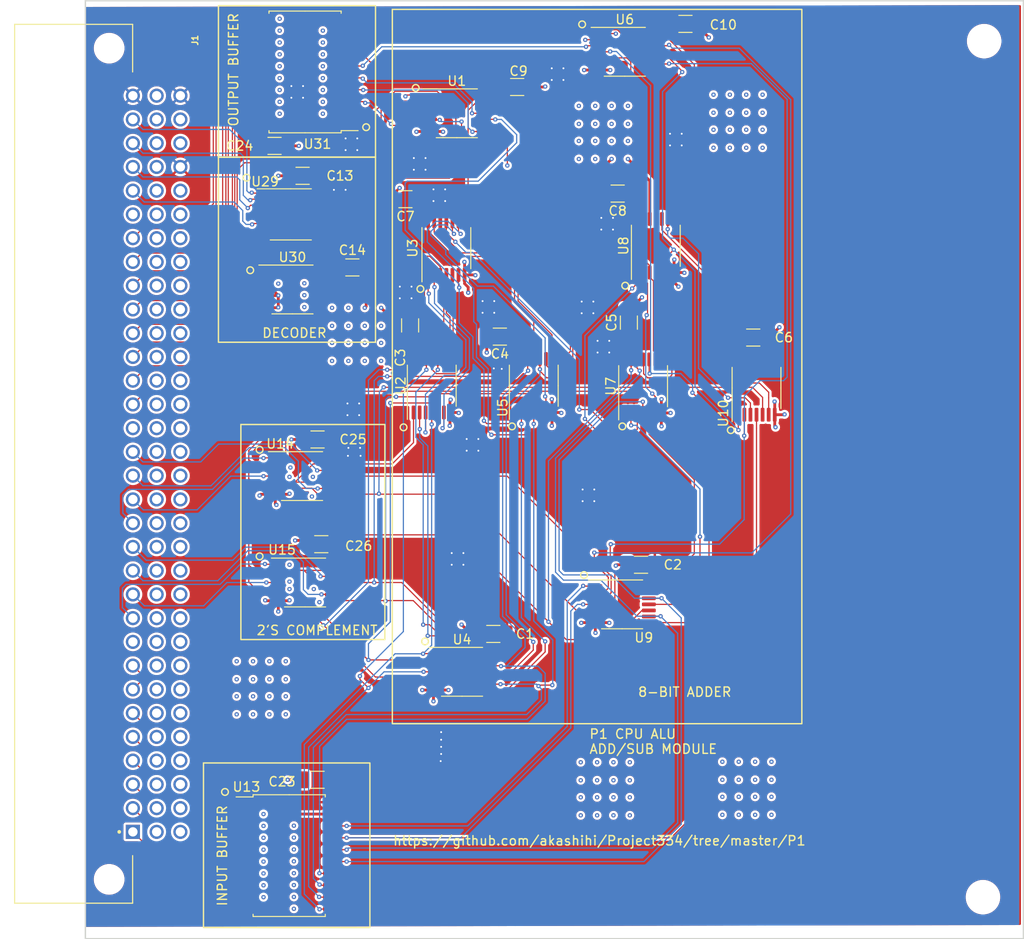
<source format=kicad_pcb>
(kicad_pcb (version 20240108) (generator "pcbnew") (generator_version "8.0")
  (layers (0 "F.Cu" signal) (1 "In1.Cu" signal) (2 "In2.Cu" signal) (31 "B.Cu" signal) (34 "B.Paste" user) (35 "F.Paste" user) (36 "B.SilkS" user "B.Silkscreen") (37 "F.SilkS" user "F.Silkscreen") (38 "B.Mask" user) (39 "F.Mask" user) (44 "Edge.Cuts" user))
  (net 0 "")
  (net 1 "+5V")
  (net 2 "GND")
  (net 3 "/X_IN1")
  (net 4 "/X_IN2")
  (net 5 "/X_IN3")
  (net 6 "/X_IN4")
  (net 7 "/X_IN5")
  (net 8 "/X_IN6")
  (net 9 "/X_IN7")
  (net 10 "Net-(U29-E3)")
  (net 11 "Net-(U29-A2)")
  (net 12 "Net-(U29-A1)")
  (net 13 "Net-(U29-A0)")
  (net 14 "/RESULT4")
  (net 15 "Net-(U29-Y1)")
  (net 25 "/RESULT5")
  (net 26 "Net-(U1-Pad10)")
  (net 37 "/RESULT6")
  (net 48 "/RESULT7")
  (net 59 "/T0")
  (net 68 "/RESULT0")
  (net 70 "/T1")
  (net 72 "/RESULT1")
  (net 77 "/RESULT2")
  (net 78 "Net-(U1-Pad1)")
  (net 79 "Net-(U3-Pad11)")
  (net 80 "/T2")
  (net 81 "Net-(U1-Pad5)")
  (net 82 "/T3")
  (net 83 "Net-(U1-Pad12)")
  (net 84 "Net-(U1-Pad9)")
  (net 85 "/T4")
  (net 86 "/T5")
  (net 87 "Net-(U1-Pad13)")
  (net 88 "Net-(U2-Pad3)")
  (net 89 "Net-(U2-Pad6)")
  (net 90 "Net-(U2-Pad8)")
  (net 91 "Net-(U2-Pad11)")
  (net 92 "/T6")
  (net 93 "/T7")
  (net 100 "Net-(U6-Pad1)")
  (net 101 "Net-(U6-Pad5)")
  (net 102 "Net-(U6-Pad12)")
  (net 103 "Net-(U6-Pad13)")
  (net 104 "Net-(U7-Pad3)")
  (net 105 "Net-(U7-Pad6)")
  (net 106 "Net-(U7-Pad8)")
  (net 107 "Net-(U7-Pad11)")
  (net 108 "Net-(U10-Pad3)")
  (net 109 "Net-(U10-Pad6)")
  (net 110 "Net-(U10-Pad2)")
  (net 111 "Net-(U1-Pad4)")
  (net 112 "Net-(U3-Pad9)")
  (net 113 "Net-(U3-Pad10)")
  (net 114 "Net-(U3-Pad12)")
  (net 115 "Net-(U3-Pad13)")
  (net 116 "Net-(U6-Pad4)")
  (net 117 "Net-(U10-Pad1)")
  (net 118 "Net-(U13-A0)")
  (net 119 "Net-(U13-A1)")
  (net 120 "Net-(U13-A2)")
  (net 121 "Net-(U13-A3)")
  (net 122 "Net-(U13-A4)")
  (net 123 "Net-(U13-A5)")
  (net 124 "Net-(U13-A6)")
  (net 125 "Net-(U13-A7)")
  (net 126 "/RESULT3")
  (net 127 "/Y_OUT0")
  (net 128 "/Y_OUT1")
  (net 129 "/Y_OUT2")
  (net 130 "/Y_OUT3")
  (net 131 "/Y_OUT4")
  (net 132 "/Y_OUT5")
  (net 133 "/Y_OUT6")
  (net 134 "/Y_OUT7")
  (net 135 "/X_OUT7")
  (net 136 "/X_OUT6")
  (net 137 "/X_OUT5")
  (net 138 "/X_OUT4")
  (net 139 "/X_OUT3")
  (net 140 "/X_OUT2")
  (net 141 "/X_OUT1")
  (net 142 "/X_OUT0")
  (net 143 "Net-(U29-Y0)")
  (net 144 "Net-(U31-GAB)")
  (net 145 "/X_IN0")
  (footprint "Capacitor_SMD:C_1206_3216Metric" (layer "F.Cu") (at 96.3 47.3 180)
    (property "Reference" "C8")
    (property "Value" "100n")
  )
  (footprint "Package_SO:TSSOP-14_4.4x5mm_P0.65mm" (layer "F.Cu") (at 111.1504 68.0897 90)
    (property "Reference" "U10")
    (property "Value" "74LS08")
  )
  (footprint "Package_SO:TSSOP-14_4.4x5mm_P0.65mm" (layer "F.Cu") (at 77.978 53.1368 90)
    (property "Reference" "U3")
    (property "Value" "74LS32")
  )
  (footprint "Capacitor_SMD:C_1206_3216Metric" (layer "F.Cu") (at 62.6 45.4 180)
    (property "Reference" "C13")
    (property "Value" "100n")
  )
  (footprint "Package_SO:TSSOP-14_4.4x5mm_P0.65mm" (layer "F.Cu") (at 96.774 91.2368)
    (property "Reference" "U9")
    (property "Value" "74HC86")
  )
  (footprint "41612:TE_650473-5" (layer "F.Cu") (at 44.45 115.57 -90)
    (property "Reference" "J1")
    (property "Value" "650473-5")
  )
  (footprint "Capacitor_SMD:C_1206_3216Metric" (layer "F.Cu") (at 83.7 62.6 180)
    (property "Reference" "C4")
    (property "Value" "100n")
  )
  (footprint "Package_SO:TSSOP-14_4.4x5mm_P0.65mm" (layer "F.Cu") (at 79.0956 38.7096)
    (property "Reference" "U1")
    (property "Value" "74HC86")
  )
  (footprint "Capacitor_SMD:C_1206_3216Metric" (layer "F.Cu") (at 64.2 73.6 180)
    (property "Reference" "C25")
    (property "Value" "100n")
  )
  (footprint "MountingHole:MountingHole_3.2mm_M3_DIN965" (layer "F.Cu") (at 135.5 30.998)
    (property "Reference" "REF**" (hide yes))
    (property "Value" "MountingHole_3.2mm_M3_DIN965" (hide yes))
  )
  (footprint "Package_SO:TSSOP-14_4.4x5mm_P0.65mm" (layer "F.Cu") (at 99.0208 67.9019 90)
    (property "Reference" "U7")
    (property "Value" "74LS08")
  )
  (footprint "Capacitor_SMD:C_1206_3216Metric" (layer "F.Cu") (at 74.1 61.4 90)
    (property "Reference" "C3")
    (property "Value" "100n")
  )
  (footprint "Package_SO:TSSOP-14_4.4x5mm_P0.65mm" (layer "F.Cu") (at 100.3808 52.8828 90)
    (property "Reference" "U8")
    (property "Value" "74LS32")
  )
  (footprint "Package_SO:TSSOP-14_4.4x5mm_P0.65mm" (layer "F.Cu") (at 97.0611 32.1356)
    (property "Reference" "U6")
    (property "Value" "74HC86")
  )
  (footprint "MountingHole:MountingHole_3.2mm_M3_DIN965" (layer "F.Cu") (at 135.5 122.555)
    (property "Reference" "REF**" (hide yes))
    (property "Value" "MountingHole_3.2mm_M3_DIN965" (hide yes))
  )
  (footprint "Package_SO:TSSOP-14_4.4x5mm_P0.65mm" (layer "F.Cu") (at 87.3264 67.8511 90)
    (property "Reference" "U5")
    (property "Value" "74LS08")
  )
  (footprint "Capacitor_SMD:C_1206_3216Metric" (layer "F.Cu") (at 110.8 62.7)
    (property "Reference" "C6")
    (property "Value" "100n")
  )
  (footprint "Package_SO:TSSOP-14_4.4x5mm_P0.65mm" (layer "F.Cu") (at 61.5188 57.5564)
    (property "Reference" "U30")
    (property "Value" "74LS32")
  )
  (footprint "Capacitor_SMD:C_1206_3216Metric" (layer "F.Cu") (at 103.55 29.15)
    (property "Reference" "C10")
    (property "Value" "100n")
  )
  (footprint "Capacitor_SMD:C_1206_3216Metric" (layer "F.Cu") (at 73.6 47.9 180)
    (property "Reference" "C7")
    (property "Value" "100n")
  )
  (footprint "Package_SO:TSSOP-14_4.4x5mm_P0.65mm" (layer "F.Cu") (at 79.6544 98.4504)
    (property "Reference" "U4")
    (property "Value" "74HC86")
  )
  (footprint "Capacitor_SMD:C_1206_3216Metric" (layer "F.Cu") (at 85.55 35.9)
    (property "Reference" "C9")
    (property "Value" "100n")
  )
  (footprint "Capacitor_SMD:C_1206_3216Metric" (layer "F.Cu") (at 64.6 84.8 180)
    (property "Reference" "C26")
    (property "Value" "100n")
  )
  (footprint "Package_SO:TSSOP-16_4.4x5mm_P0.65mm" (layer "F.Cu") (at 61.3375 49.525)
    (property "Reference" "U29")
    (property "Value" "74HC238")
  )
  (footprint "Package_SO:SOIC-20W_7.5x12.8mm_P1.27mm" (layer "F.Cu") (at 62.865 34.29 180)
    (property "Reference" "U31")
    (property "Value" "74LS621")
  )
  (footprint "Package_SO:SOIC-20W_7.5x12.8mm_P1.27mm" (layer "F.Cu") (at 61.165 118.11)
    (property "Reference" "U13")
    (property "Value" "74LS541" (hide yes))
  )
  (footprint "Capacitor_SMD:C_1206_3216Metric" (layer "F.Cu") (at 64.2 110 180)
    (property "Reference" "C23")
    (property "Value" "100n")
  )
  (footprint "Package_SO:TSSOP-14_4.4x5mm_P0.65mm" (layer "F.Cu") (at 62.865 88.9)
    (property "Reference" "U15")
    (property "Value" "74HC86" (hide yes))
  )
  (footprint "Package_SO:TSSOP-14_4.4x5mm_P0.65mm" (layer "F.Cu") (at 62.5425 77.515)
    (property "Reference" "U14")
    (property "Value" "74HC86" (hide yes))
  )
  (footprint "Capacitor_SMD:C_1206_3216Metric" (layer "F.Cu") (at 83 94.4 180)
    (property "Reference" "C1")
    (property "Value" "100n")
  )
  (footprint "Capacitor_SMD:C_1206_3216Metric" (layer "F.Cu") (at 59.6 42.2)
    (property "Reference" "C24")
    (property "Value" "100n")
  )
  (footprint "Capacitor_SMD:C_1206_3216Metric" (layer "F.Cu") (at 98.8 87 180)
    (property "Reference" "C2")
    (property "Value" "100n")
  )
  (footprint "Capacitor_SMD:C_1206_3216Metric" (layer "F.Cu") (at 97.5 61.1 90)
    (property "Reference" "C5")
    (property "Value" "100n")
  )
  (footprint "Package_SO:TSSOP-14_4.4x5mm_P0.65mm" (layer "F.Cu") (at 76.4148 67.8511 90)
    (property "Reference" "U2")
    (property "Value" "74LS08")
  )
  (footprint "Capacitor_SMD:C_1206_3216Metric" (layer "F.Cu") (at 67.925 55.2)
    (property "Reference" "C14")
    (property "Value" "100n")
  )
  (gr_circle (center 75.7 95.2) (end 76.060555 95.2) (stroke (width 0.15)) (fill none) (layer "F.SilkS"))
  (gr_circle (center 96.8 72.2) (end 97.160555 72.2) (stroke (width 0.15)) (fill none) (layer "F.SilkS"))
  (gr_rect (start 53.6 27.2) (end 70.4 43.4) (stroke (width 0.15)) (fill none) (layer "F.SilkS"))
  (gr_circle (center 92.7 88.1) (end 93.060555 88.1) (stroke (width 0.15)) (fill none) (layer "F.SilkS"))
  (gr_circle (center 108.4 72.6) (end 108.760555 72.6) (stroke (width 0.15)) (fill none) (layer "F.SilkS"))
  (gr_circle (center 69.4 40.2) (end 69.760555 40.2) (stroke (width 0.15)) (fill none) (layer "F.SilkS"))
  (gr_circle (center 92.5 29.2) (end 92.860555 29.2) (stroke (width 0.15)) (fill none) (layer "F.SilkS"))
  (gr_circle (center 73.4 72.3) (end 73.760555 72.3) (stroke (width 0.15)) (fill none) (layer "F.SilkS"))
  (gr_circle (center 97.110555 57.15) (end 97.47111 57.15) (stroke (width 0.15)) (fill none) (layer "F.SilkS"))
  (gr_circle (center 54.3 111.3) (end 54.660555 111.3) (stroke (width 0.15)) (fill none) (layer "F.SilkS"))
  (gr_circle (center 56.6 45.6) (end 56.960555 45.6) (stroke (width 0.15)) (fill none) (layer "F.SilkS"))
  (gr_rect (start 53.6 43.4) (end 70.4 63.2) (stroke (width 0.15)) (fill none) (layer "F.SilkS"))
  (gr_circle (center 57 55.5) (end 57.360555 55.5) (stroke (width 0.15)) (fill none) (layer "F.SilkS"))
  (gr_rect (start 72.2 27.6) (end 116 104) (stroke (width 0.15)) (fill none) (layer "F.SilkS"))
  (gr_rect (start 52 108.2) (end 69.8 125.8) (stroke (width 0.15)) (fill none) (layer "F.SilkS"))
  (gr_circle (center 75.2 57.5) (end 75.560555 57.5) (stroke (width 0.15)) (fill none) (layer "F.SilkS"))
  (gr_circle (center 74.7 36) (end 75.060555 36) (stroke (width 0.15)) (fill none) (layer "F.SilkS"))
  (gr_circle (center 85 72.2) (end 85.360555 72.2) (stroke (width 0.15)) (fill none) (layer "F.SilkS"))
  (gr_rect (start 56 72) (end 71.4 95) (stroke (width 0.15)) (fill none) (layer "F.SilkS"))
  (gr_circle (center 58 74.7) (end 58.360555 74.7) (stroke (width 0.15)) (fill none) (layer "F.SilkS"))
  (gr_circle (center 58 86.1) (end 58.360555 86.1) (stroke (width 0.15)) (fill none) (layer "F.SilkS"))
  (gr_rect (start 39.37 26.67) (end 139.7 127) (stroke (width 0.15)) (fill none) (layer "Edge.Cuts"))
  (gr_text "https://github.com/akashihi/Project334/tree/master/P1" (at 72.2 117.1 0) (layer "F.SilkS") (effects (font (size 1 1)) (justify left bottom)))
  (gr_text "DECODER" (at 58.2 62.8 0) (layer "F.SilkS") (effects (font (size 1 1)) (justify left bottom)))
  (gr_text "INPUT BUFFER" (at 54.6 123.6 90) (layer "F.SilkS") (effects (font (size 1 1)) (justify left bottom)))
  (gr_text "2'S COMPLEMENT" (at 57.6 94.6 0) (layer "F.SilkS") (effects (font (size 1 1)) (justify left bottom)))
  (gr_text "OUTPUT BUFFER" (at 55.8 40.2 90) (layer "F.SilkS") (effects (font (size 1 1)) (justify left bottom)))
  (gr_text "P1 CPU ALU\nADD/SUB MODULE" (at 93.2 107.3 0) (layer "F.SilkS") (effects (font (size 1 1)) (justify left bottom)))
  (gr_text "8-BIT ADDER" (at 98.4 101.2 0) (layer "F.SilkS") (effects (font (size 1 1)) (justify left bottom)))
  (segment (start 97.0708 63.0042) (end 97.5 62.575) (width 0.3) (layer "F.Cu") (net 1))
  (segment (start 99.9236 30.1856) (end 101.0394 30.1856) (width 0.3) (layer "F.Cu") (net 1))
  (segment (start 64.3813 55.6064) (end 66.0436 55.6064) (width 0.3) (layer "F.Cu") (net 1))
  (segment (start 99.6365 89.2868) (end 100.3 88.6233) (width 0.3) (layer "F.Cu") (net 1))
  (segment (start 66.075 84.8) (end 66.075 86.6025) (width 0.3) (layer "F.Cu") (net 1))
  (segment (start 58.215 40.005) (end 58.215 38.735) (width 0.3) (layer "F.Cu") (net 1))
  (segment (start 84.475 95.925) (end 84.475 94.4) (width 0.3) (layer "F.Cu") (net 1))
  (segment (start 97.0708 65.0394) (end 97.0708 63.0042) (width 0.3) (layer "F.Cu") (net 1))
  (segment (start 65.815 112.395) (end 65.815 110.14) (width 0.3) (layer "F.Cu") (net 1))
  (segment (start 58.125 40.095) (end 58.215 40.005) (width 0.3) (layer "F.Cu") (net 1))
  (segment (start 58.125 42.2) (end 58.125 40.095) (width 0.3) (layer "F.Cu") (net 1))
  (segment (start 76.028 50.2743) (end 76.028 48.853) (width 0.3) (layer "F.Cu") (net 1))
  (segment (start 100.3 88) (end 100.275 87.975) (width 0.3) (layer "F.Cu") (net 1))
  (segment (start 109.2004 62.8246) (end 109.325 62.7) (width 0.3) (layer "F.Cu") (net 1))
  (segment (start 83.8996 96.5004) (end 84.475 95.925) (width 0.3) (layer "F.Cu") (net 1))
  (segment (start 64.075 45.4) (end 64.075 47.125) (width 0.3) (layer "F.Cu") (net 1))
  (segment (start 82.5169 96.5004) (end 83.8996 96.5004) (width 0.3) (layer "F.Cu") (net 1))
  (segment (start 85.3764 64.9886) (end 85.3764 62.8014) (width 0.3) (layer "F.Cu") (net 1))
  (segment (start 65.675 75.295) (end 65.405 75.565) (width 0.3) (layer "F.Cu") (net 1))
  (segment (start 66.075 86.6025) (end 65.7275 86.95) (width 0.3) (layer "F.Cu") (net 1))
  (segment (start 101.0394 30.1856) (end 102.075 29.15) (width 0.3) (layer "F.Cu") (net 1))
  (segment (start 64.075 47.125) (end 64.2 47.25) (width 0.3) (layer "F.Cu") (net 1))
  (segment (start 74.4648 64.9886) (end 74.4648 63.2398) (width 0.3) (layer "F.Cu") (net 1))
  (segment (start 109.2004 65.2272) (end 109.2004 62.8246) (width 0.3) (layer "F.Cu") (net 1))
  (segment (start 100.275 87.975) (end 100.275 87) (width 0.3) (layer "F.Cu") (net 1))
  (segment (start 82.5169 96.4831) (end 82.5169 96.5004) (width 0.3) (layer "F.Cu") (net 1))
  (segment (start 64.2112 44.9362) (end 64.075 44.8) (width 0.3) (layer "F.Cu") (net 1))
  (segment (start 66.0436 55.6064) (end 66.45 55.2) (width 0.3) (layer "F.Cu") (net 1))
  (segment (start 83.2154 36.7596) (end 84.075 35.9) (width 0.3) (layer "F.Cu") (net 1))
  (segment (start 74.4648 63.2398) (end 74.1 62.875) (width 0.3) (layer "F.Cu") (net 1))
  (segment (start 65.815 110.14) (end 65.675 110) (width 0.3) (layer "F.Cu") (net 1))
  (segment (start 98.4308 50.0203) (end 98.4308 47.9558) (width 0.3) (layer "F.Cu") (net 1))
  (segment (start 76.028 48.853) (end 75.075 47.9) (width 0.3) (layer "F.Cu") (net 1))
  (segment (start 81.9581 36.7596) (end 83.2154 36.7596) (width 0.3) (layer "F.Cu") (net 1))
  (segment (start 85.3764 62.8014) (end 85.175 62.6) (width 0.3) (layer "F.Cu") (net 1))
  (segment (start 65.675 73.6) (end 65.675 75.295) (width 0.3) (layer "F.Cu") (net 1))
  (segment (start 98.4308 47.9558) (end 97.775 47.3) (width 0.3) (layer "F.Cu") (net 1))
  (segment (start 100.3 88.6233) (end 100.3 88) (width 0.3) (layer "F.Cu") (net 1))
  (via (at 83.05 66) (size 0.46) (drill 0.2) (layers "F.Cu" "B.Cu") (net 1))
  (via (at 81.4 73.55) (size 0.46) (drill 0.2) (layers "F.Cu" "B.Cu") (net 1))
  (via (at 74.5 44.75) (size 0.46) (drill 0.2) (layers "F.Cu" "B.Cu") (net 1))
  (via (at 95.8 49.9) (size 0.46) (drill 0.2) (layers "F.Cu" "B.Cu") (net 1))
  (via (at 61.4 35.8) (size 0.46) (drill 0.2) (layers "F.Cu" "B.Cu") (net 1))
  (via (at 101.9 40.9) (size 0.46) (drill 0.2) (layers "F.Cu" "B.Cu") (net 1))
  (via (at 93.7 60.1) (size 0.46) (drill 0.2) (layers "F.Cu" "B.Cu") (net 1))
  (via (at 101.9 42.15) (size 0.46) (drill 0.2) (layers "F.Cu" "B.Cu") (net 1))
  (via (at 68.65 69.75) (size 0.46) (drill 0.2) (layers "F.Cu" "B.Cu") (net 1))
  (via (at 78.55 85.75) (size 0.46) (drill 0.2) (layers "F.Cu" "B.Cu") (net 1))
  (via (at 76.6 46.85) (size 0.46) (drill 0.2) (layers "F.Cu" "B.Cu") (net 1))
  (via (at 93.7 58.85) (size 0.46) (drill 0.2) (layers "F.Cu" "B.Cu") (net 1))
  (via (at 65.95 45.65) (size 0.46) (drill 0.2) (layers "F.Cu" "B.Cu") (net 1))
  (via (at 94.55 49.9) (size 0.46) (drill 0.2) (layers "F.Cu" "B.Cu") (net 1))
  (via (at 103.15 40.9) (size 0.46) (drill 0.2) (layers "F.Cu" "B.Cu") (net 1))
  (via (at 92.55 78.95) (size 0.46) (drill 0.2) (layers "F.Cu" "B.Cu") (net 1))
  (via (at 65.95 46.9) (size 0.46) (drill 0.2) (layers "F.Cu" "B.Cu") (net 1))
  (via (at 67.2 42.65) (size 0.46) (drill 0.2) (layers "F.Cu" "B.Cu") (net 1))
  (via (at 68.65 71) (size 0.46) (drill 0.2) (layers "F.Cu" "B.Cu") (net 1))
  (via (at 61.4 37.05) (size 0.46) (drill 0.2) (layers "F.Cu" "B.Cu") (net 1))
  (via (at 77.85 46.85) (size 0.46) (drill 0.2) (layers "F.Cu" "B.Cu") (net 1))
  (via (at 95.4 64.3) (size 0.46) (drill 0.2) (layers "F.Cu" "B.Cu") (net 1))
  (via (at 73 57.25) (size 0.46) (drill 0.2) (layers "F.Cu" "B.Cu") (net 1))
  (via (at 77.4192 104.902) (size 0.46) (drill 0.2) (layers "F.Cu" "B.Cu") (net 1))
  (via (at 83.1 58.8) (size 0.46) (drill 0.2) (layers "F.Cu" "B.Cu") (net 1))
  (via (at 83.9 66.05) (size 0.46) (drill 0.2) (layers "F.Cu" "B.Cu") (net 1))
  (via (at 80.15 74.8) (size 0.46) (drill 0.2) (layers "F.Cu" "B.Cu") (net 1))
  (via (at 89.25 35.15) (size 0.46) (drill 0.2) (layers "F.Cu" "B.Cu") (net 1))
  (via (at 81.85 58.8) (size 0.46) (drill 0.2) (layers "F.Cu" "B.Cu") (net 1))
  (via (at 80.15 73.55) (size 0.46) (drill 0.2) (layers "F.Cu" "B.Cu") (net 1))
  (via (at 67.2 41.4) (size 0.46) (drill 0.2) (layers "F.Cu" "B.Cu") (net 1))
  (via (at 67.4 71) (size 0.46) (drill 0.2) (layers "F.Cu" "B.Cu") (net 1))
  (via (at 67.2 46.9) (size 0.46) (drill 0.2) (layers "F.Cu" "B.Cu") (net 1))
  (via (at 67.45 75.35) (size 0.46) (drill 0.2) (layers "F.Cu" "B.Cu") (net 1))
  (via (at 83.1 60.05) (size 0.46) (drill 0.2) (layers "F.Cu" "B.Cu") (net 1))
  (via (at 94.55 51.15) (size 0.46) (drill 0.2) (layers "F.Cu" "B.Cu") (net 1))
  (via (at 75.75 43.5) (size 0.46) (drill 0.2) (layers "F.Cu" "B.Cu") (net 1))
  (via (at 68.45 42.65) (size 0.46) (drill 0.2) (layers "F.Cu" "B.Cu") (net 1))
  (via (at 95.8 51.15) (size 0.46) (drill 0.2) (layers "F.Cu" "B.Cu") (net 1))
  (via (at 68.8 75.35) (size 0.46) (drill 0.2) (layers "F.Cu" "B.Cu") (net 1))
  (via (at 74.5 43.5) (size 0.46) (drill 0.2) (layers "F.Cu" "B.Cu") (net 1))
  (via (at 103.15 42.15) (size 0.46) (drill 0.2) (layers "F.Cu" "B.Cu") (net 1))
  (via (at 94.15 63.05) (size 0.46) (drill 0.2) (layers "F.Cu" "B.Cu") (net 1))
  (via (at 77.85 48.1) (size 0.46) (drill 0.2) (layers "F.Cu" "B.Cu") (net 1))
  (via (at 73 58.5) (size 0.46) (drill 0.2) (layers "F.Cu" "B.Cu") (net 1))
  (via (at 67.5 74.5) (size 0.46) (drill 0.2) (layers "F.Cu" "B.Cu") (net 1))
  (via (at 93.8 78.95) (size 0.46) (drill 0.2) (layers "F.Cu" "B.Cu") (net 1))
  (via (at 83.05 64.75) (size 0.46) (drill 0.2) (layers "F.Cu" "B.Cu") (net 1))
  (via (at 79.8 85.75) (size 0.46) (drill 0.2) (layers "F.Cu" "B.Cu") (net 1))
  (via (at 77.4192 105.7148) (size 0.46) (drill 0.2) (layers "F.Cu" "B.Cu") (net 1))
  (via (at 75.75 44.75) (size 0.46) (drill 0.2) (layers "F.Cu" "B.Cu") (net 1))
  (via (at 62.65 37.05) (size 0.46) (drill 0.2) (layers "F.Cu" "B.Cu") (net 1))
  (via (at 76.6 48.1) (size 0.46) (drill 0.2) (layers "F.Cu" "B.Cu") (net 1))
  (via (at 93.8 80.2) (size 0.46) (drill 0.2) (layers "F.Cu" "B.Cu") (net 1))
  (via (at 89.25 33.9) (size 0.46) (drill 0.2) (layers "F.Cu" "B.Cu") (net 1))
  (via (at 74.25 58.5) (size 0.46) (drill 0.2) (layers "F.Cu" "B.Cu") (net 1))
  (via (at 94.15 64.3) (size 0.46) (drill 0.2) (layers "F.Cu" "B.Cu") (net 1))
  (via (at 68.45 41.4) (size 0.46) (drill 0.2) (layers "F.Cu" "B.Cu") (net 1))
  (via (at 77.4192 107.2388) (size 0.46) (drill 0.2) (layers "F.Cu" "B.Cu") (net 1))
  (via (at 68.75 74.5) (size 0.46) (drill 0.2) (layers "F.Cu" "B.Cu") (net 1))
  (via (at 79.8 87) (size 0.46) (drill 0.2) (layers "F.Cu" "B.Cu") (net 1))
  (via (at 77.3684 108.0008) (size 0.46) (drill 0.2) (layers "F.Cu" "B.Cu") (net 1))
  (via (at 81.85 60.05) (size 0.46) (drill 0.2) (layers "F.Cu" "B.Cu") (net 1))
  (via (at 67.4 69.75) (size 0.46) (drill 0.2) (layers "F.Cu" "B.Cu") (net 1))
  (via (at 92.45 58.85) (size 0.46) (drill 0.2) (layers "F.Cu" "B.Cu") (net 1))
  (via (at 77.4192 106.4768) (size 0.46) (drill 0.2) (layers "F.Cu" "B.Cu") (net 1))
  (via (at 95.4 63.05) (size 0.46) (drill 0.2) (layers "F.Cu" "B.Cu") (net 1))
  (via (at 90.5 33.9) (size 0.46) (drill 0.2) (layers "F.Cu" "B.Cu") (net 1))
  (via (at 74.25 57.25) (size 0.46) (drill 0.2) (layers "F.Cu" "B.Cu") (net 1))
  (via (at 83.95 64.75) (size 0.46) (drill 0.2) (layers "F.Cu" "B.Cu") (net 1))
  (via (at 90.5 35.15) (size 0.46) (drill 0.2) (layers "F.Cu" "B.Cu") (net 1))
  (via (at 62.65 35.8) (size 0.46) (drill 0.2) (layers "F.Cu" "B.Cu") (net 1))
  (via (at 92.45 60.1) (size 0.46) (drill 0.2) (layers "F.Cu" "B.Cu") (net 1))
  (via (at 81.4 74.8) (size 0.46) (drill 0.2) (layers "F.Cu" "B.Cu") (net 1))
  (via (at 78.55 87) (size 0.46) (drill 0.2) (layers "F.Cu" "B.Cu") (net 1))
  (via (at 67.2 45.65) (size 0.46) (drill 0.2) (layers "F.Cu" "B.Cu") (net 1))
  (via (at 92.55 80.2) (size 0.46) (drill 0.2) (layers "F.Cu" "B.Cu") (net 1))
  (segment (start 113.1004 70.9522) (end 113.1004 72.2064) (width 0.3) (layer "F.Cu") (net 2))
  (segment (start 102.3308 55.7453) (end 102.3308 56.7824) (width 0.3) (layer "F.Cu") (net 2))
  (segment (start 76.2331 40.6596) (end 74.8088 40.6596) (width 0.3) (layer "F.Cu") (net 2))
  (segment (start 77.5912 40.6596) (end 77.6224 40.6908) (width 0.3) (layer "F.Cu") (net 2))
  (segment (start 88.5 35.9) (end 88.55 35.85) (width 0.3) (layer "F.Cu") (net 2))
  (segment (start 78.3648 70.7136) (end 78.3648 69.4334) (width 0.3) (layer "F.Cu") (net 2))
  (segment (start 59.3564 57.5564) (end 60 58.2) (width 0.3) (layer "F.Cu") (net 2))
  (segment (start 61.135 79.465) (end 61.2 79.4) (width 0.3) (layer "F.Cu") (net 2))
  (segment (start 110.97005 63.37005) (end 111.640101 62.7) (width 0.3) (layer "F.Cu") (net 2))
  (segment (start 59.995 112.395) (end 60 112.4) (width 0.3) (layer "F.Cu") (net 2))
  (segment (start 111.8004 65.2272) (end 111.8004 63.1746) (width 0.3) (layer "F.Cu") (net 2))
  (segment (start 68.9064 56.9064) (end 69.3 57.3) (width 0.3) (layer "F.Cu") (net 2))
  (segment (start 93.9115 93.1868) (end 92.4364 93.1868) (width 0.3) (layer "F.Cu") (net 2))
  (segment (start 97.325 87) (end 96.2 87) (width 0.3) (layer "F.Cu") (net 2))
  (segment (start 61.59 113.665) (end 60.325 112.4) (width 0.3) (layer "F.Cu") (net 2))
  (segment (start 78.3648 70.7136) (end 79.248 70.7136) (width 0.3) (layer "F.Cu") (net 2))
  (segment (start 65.815 113.665) (end 61.59 113.665) (width 0.3) (layer "F.Cu") (net 2))
  (segment (start 79.928 55.9993) (end 79.928 54.6296) (width 0.3) (layer "F.Cu") (net 2))
  (segment (start 65.0564 56.2564) (end 65.7064 56.9064) (width 0.3) (layer "F.Cu") (net 2))
  (segment (start 78.3648 72.1048) (end 78.3336 72.136) (width 0.3) (layer "F.Cu") (net 2))
  (segment (start 64.025 28.575) (end 63.6 29) (width 0.3) (layer "F.Cu") (net 2))
  (segment (start 59.8251 49.85) (end 60.6751 49) (width 0.3) (layer "F.Cu") (net 2))
  (segment (start 99.0808 45.2808) (end 98.9 45.1) (width 0.3) (layer "F.Cu") (net 2))
  (segment (start 62.725 73.6) (end 61.4 73.6) (width 0.3) (layer "F.Cu") (net 2))
  (segment (start 61.8 84.4) (end 62.725 84.4) (width 0.3) (layer "F.Cu") (net 2))
  (segment (start 59.9936 58.2064) (end 60 58.2) (width 0.3) (layer "F.Cu") (net 2))
  (segment (start 100.9708 70.7644) (end 101.9556 70.7644) (width 0.3) (layer "F.Cu") (net 2))
  (segment (start 60.6751 50.467988) (end 60.6751 49) (width 0.3) (layer "F.Cu") (net 2))
  (segment (start 60.0751 49.2) (end 60.6751 48.6) (width 0.3) (layer "F.Cu") (net 2))
  (segment (start 74.1 59.925) (end 71.4026 59.925) (width 0.3) (layer "F.Cu") (net 2))
  (segment (start 78.3648 69.4334) (end 78.4352 69.363) (width 0.3) (layer "F.Cu") (net 2))
  (segment (start 64.3813 56.2564) (end 65.0564 56.2564) (width 0.3) (layer "F.Cu") (net 2))
  (segment (start 56.515 112.395) (end 59.995 112.395) (width 0.3) (layer "F.Cu") (net 2))
  (segment (start 59.343088 51.8) (end 60.6751 50.467988) (width 0.3) (layer "F.Cu") (net 2))
  (segment (start 60.0025 90.85) (end 61.15 90.85) (width 0.3) (layer "F.Cu") (net 2))
  (segment (start 60.6751 49) (end 60.6751 48.6) (width 0.3) (layer "F.Cu") (net 2))
  (segment (start 59.68 79.465) (end 59.68 80.48) (width 0.3) (layer "F.Cu") (net 2))
  (segment (start 72.9804 46.7) (end 72.125 47.5554) (width 0.3) (layer "F.Cu") (net 2))
  (segment (start 60 123) (end 60 112.4) (width 0.3) (layer "F.Cu") (net 2))
  (segment (start 89.2764 70.7136) (end 90.2208 70.7136) (width 0.3) (layer "F.Cu") (net 2))
  (segment (start 64.3813 58.8564) (end 66.35 58.8564) (width 0.3) (layer "F.Cu") (net 2))
  (segment (start 109.8504 65.2272) (end 109.8504 64.489701) (width 0.3) (layer "F.Cu") (net 2))
  (segment (start 79.928 56.928) (end 79.928 55.9993) (width 0.3) (layer "F.Cu") (net 2))
  (segment (start 89.2764 70.7136) (end 89.2764 69.312) (width 0.3) (layer "F.Cu") (net 2))
  (segment (start 58.65 90.85) (end 58.6 90.8) (width 0.3) (layer "F.Cu") (net 2))
  (segment (start 97.5 59.625) (end 97.675 59.625) (width 0.3) (layer "F.Cu") (net 2))
  (segment (start 102.3308 56.7824) (end 102.8 57.2516) (width 0.3) (layer "F.Cu") (net 2))
  (segment (start 69.3 57.3) (end 69.4 57.4) (width 0.3) (layer "F.Cu") (net 2))
  (segment (start 79.928 55.9993) (end 81.0437 55.9993) (width 0.3) (layer "F.Cu") (net 2))
  (segment (start 89.2764 69.312) (end 89.2556 69.2912) (width 0.3) (layer "F.Cu") (net 2))
  (segment (start 65.8 56.9064) (end 68.9064 56.9064) (width 0.3) (layer "F.Cu") (net 2))
  (segment (start 102.3308 55.7453) (end 103.3957 55.7453) (width 0.3) (layer "F.Cu") (net 2))
  (segment (start 113.1004 70.9522) (end 113.1004 69.5648) (width 0.3) (layer "F.Cu") (net 2))
  (segment (start 95.5028 34.0856) (end 95.504 34.0868) (width 0.3) (layer "F.Cu") (net 2))
  (segment (start 95.3712 93.1868) (end 95.4024 93.218) (width 0.3) (layer "F.Cu") (net 2))
  (segment (start 92.4364 93.1868) (end 92.4052 93.218) (width 0.3) (layer "F.Cu") (net 2))
  (segment (start 93.9115 94.2671) (end 93.9292 94.2848) (width 0.3) (layer "F.Cu") (net 2))
  (segment (start 110.5004 65.2272) (end 110.5004 63.8397) (width 0.3) (layer "F.Cu") (net 2))
  (segment (start 78.1996 100.4004) (end 78.2 100.4) (width 0.3) (layer "F.Cu") (net 2))
  (segment (start 76.6 101.6) (end 76.6 100.5923) (width 0.3) (layer "F.Cu") (net 2))
  (segment (start 80.6 94.4) (end 79.6 93.4) (width 0.3) (layer "F.Cu") (net 2))
  (segment (start 93.9115 93.1868) (end 93.9115 94.2671) (width 0.3) (layer "F.Cu") (net 2))
  (segment (start 93.9115 93.1868) (end 95.3712 93.1868) (width 0.3) (layer "F.Cu") (net 2))
  (segment (start 112.4504 65.2272) (end 112.4504 62.8754) (width 0.3) (layer "F.Cu") (net 2))
  (segment (start 76.2331 40.6596) (end 77.5912 40.6596) (width 0.3) (layer "F.Cu") (net 2))
  (segment (start 67 58.2064) (end 68.3936 58.2064) (width 0.3) (layer "F.Cu") (net 2))
  (segment (start 60.0025 91.9975) (end 60 92) (width 0.3) (layer "F.Cu") (net 2))
  (segment (start 61.15 90.85) (end 61.2 90.8) (width 0.3) (layer "F.Cu") (net 2))
  (segment (start 102.3308 54.3872) (end 102.362 54.356) (width 0.3) (layer "F.Cu") (net 2))
  (segment (start 56.515 123.825) (end 59.175 123.825) (width 0.3) (layer "F.Cu") (net 2))
  (segment (start 58.6563 58.2064) (end 59.9936 58.2064) (width 0.3) (layer "F.Cu") (net 2))
  (segment (start 75.4004 100.4004) (end 75.4 100.4) (width 0.3) (layer "F.Cu") (net 2))
  (segment (start 82.3 64.3) (end 82.3 62.675) (width 0.3) (layer "F.Cu") (net 2))
  (segment (start 64.3813 56.9064) (end 65.8 56.9064) (width 0.3) (layer "F.Cu") (net 2))
  (segment (start 66.35 58.8564) (end 67 58.2064) (width 0.3) (layer "F.Cu") (net 2))
  (segment (start 67.515 28.575) (end 64.025 28.575) (width 0.3) (layer "F.Cu") (net 2))
  (segment (start 74.8088 40.6596) (end 74.7776 40.6908) (width 0.3) (layer "F.Cu") (net 2))
  (segment (start 80.313 57.9) (end 80.313 57.313) (width 0.3) (layer "F.Cu") (net 2))
  (segment (start 99.7308 45.9308) (end 98.9 45.1) (width 0.3) (layer "F.Cu") (net 2))
  (segment (start 79.248 70.7136) (end 79.2988 70.7644) (width 0.3) (layer "F.Cu") (net 2))
  (segment (start 60.0025 90.85) (end 60.0025 91.9975) (width 0.3) (layer "F.Cu") (net 2))
  (segment (start 63.6 39.675) (end 61.075 42.2) (width 0.3) (layer "F.Cu") (net 2))
  (segment (start 98.9 45.1) (end 97.4 43.6) (width 0.3) (layer "F.Cu") (net 2))
  (segment (start 69.4 57.4) (end 69.4 59.3724) (width 0.3) (layer "F.Cu") (net 2))
  (segment (start 58.475 49.2) (end 60.0751 49.2) (width 0.3) (layer "F.Cu") (net 2))
  (segment (start 97.675 59.625) (end 98.9 58.4) (width 0.3) (layer "F.Cu") (net 2))
  (segment (start 114.1122 70.9522) (end 114.1476 70.9168) (width 0.3) (layer "F.Cu") (net 2))
  (segment (start 90.2208 70.7136) (end 90.2716 70.7644) (width 0.3) (layer "F.Cu") (net 2))
  (segment (start 82.3 62.675) (end 82.225 62.6) (width 0.3) (layer "F.Cu") (net 2))
  (segment (start 103.3957 55.7453) (end 103.4288 55.7784) (width 0.3) (layer "F.Cu") (net 2))
  (segment (start 112.5 62.7) (end 113.6 61.6) (width 0.3) (layer "F.Cu") (net 2))
  (segment (start 59.68 79.465) (end 61.135 79.465) (width 0.3) (layer "F.Cu") (net 2))
  (segment (start 60.6751 45.8499) (end 61.125 45.4) (width 0.3) (layer "F.Cu") (net 2))
  (segment (start 113.1004 72.2064) (end 113.1824 72.2884) (width 0.3) (layer "F.Cu") (net 2))
  (segment (start 59.9636 59.5064) (end 60 59.47) (width 0.3) (layer "F.Cu") (net 2))
  (segment (start 94.825 47.3) (end 94.825 44.425) (width 0.3) (layer "F.Cu") (net 2))
  (segment (start 60.6751 48.6) (end 60.6751 45.8499) (width 0.3) (layer "F.Cu") (net 2))
  (segment (start 112.275 62.7) (end 112.5 62.7) (width 0.3) (layer "F.Cu") (net 2))
  (segment (start 92.7112 34.0856) (end 92.71 34.0868) (width 0.3) (layer "F.Cu") (net 2))
  (segment (start 72.125 47.5554) (end 72.125 47.9) (width 0.3) (layer "F.Cu") (net 2))
  (segment (start 110.5004 63.8397) (end 110.97005 63.37005) (width 0.3) (layer "F.Cu") (net 2))
  (segment (start 63.6 29) (end 63.6 39.675) (width 0.3) (layer "F.Cu") (net 2))
  (segment (start 62.725 84.4) (end 63.125 84.8) (width 0.3) (layer "F.Cu") (net 2))
  (segment (start 60.0025 90.85) (end 58.65 90.85) (width 0.3) (layer "F.Cu") (net 2))
  (segment (start 89.2764 70.7136) (end 89.2764 72.1152) (width 0.3) (layer "F.Cu") (net 2))
  (segment (start 61 110) (end 62.725 110) (width 0.3) (layer "F.Cu") (net 2))
  (segment (start 71.4026 59.925) (end 71 59.5224) (width 0.3) (layer "F.Cu") (net 2))
  (segment (start 68.3936 58.2064) (end 69.3 57.3) (width 0.3) (layer "F.Cu") (net 2))
  (segment (start 76.7919 100.4004) (end 78.1996 100.4004) (width 0.3) (layer "F.Cu") (net 2))
  (segment (start 100.9708 70.7644) (end 100.9708 72.1672) (width 0.3) (layer "F.Cu") (net 2))
  (segment (start 99.0808 50.0203) (end 99.0808 45.2808) (width 0.3) (layer "F.Cu") (net 2))
  (segment (start 111.640101 62.7) (end 112.275 62.7) (width 0.3) (layer "F.Cu") (net 2))
  (segment (start 105.025 29.575) (end 106.05 30.6) (width 0.3) (layer "F.Cu") (net 2))
  (segment (start 100.9708 69.3108) (end 100.9904 69.2912) (width 0.3) (layer "F.Cu") (net 2))
  (segment (start 59.68 80.48) (end 59.8 80.6) (width 0.3) (layer "F.Cu") (net 2))
  (segment (start 80.313 57.313) (end 79.928 56.928) (width 0.3) (layer "F.Cu") (net 2))
  (segment (start 100.9708 72.1672) (end 100.9904 72.1868) (width 0.3) (layer "F.Cu") (net 2))
  (segment (start 94.1986 34.0856) (end 92.7112 34.0856) (width 0.3) (layer "F.Cu") (net 2))
  (segment (start 76.7919 100.4004) (end 75.4004 100.4004) (width 0.3) (layer "F.Cu") (net 2))
  (segment (start 99.7308 50.0203) (end 99.7308 45.9308) (width 0.3) (layer "F.Cu") (net 2))
  (segment (start 79.928 54.6296) (end 79.9084 54.61) (width 0.3) (layer "F.Cu") (net 2))
  (segment (start 58.135 79.465) (end 58 79.6) (width 0.3) (layer "F.Cu") (net 2))
  (segment (start 69.4 55.2) (end 69.4 57.4) (width 0.3) (layer "F.Cu") (net 2))
  (segment (start 64.3813 58.2064) (end 67 58.2064) (width 0.3) (layer "F.Cu") (net 2))
  (segment (start 65.7064 56.9064) (end 65.8 56.9064) (width 0.3) (layer "F.Cu") (net 2))
  (segment (start 78.3648 70.7136) (end 78.3648 72.1048) (width 0.3) (layer "F.Cu") (net 2))
  (segment (start 113.1004 70.9522) (end 114.1122 70.9522) (width 0.3) (layer "F.Cu") (net 2))
  (segment (start 60 58.2) (end 60 59.47) (width 0.3) (layer "F.Cu") (net 2))
  (segment (start 96.2 87) (end 96.1 87.1) (width 0.3) (layer "F.Cu") (net 2))
  (segment (start 60 45.4) (end 61.125 45.4) (width 0.3) (layer "F.Cu") (net 2))
  (segment (start 58.475 51.8) (end 59.343088 51.8) (width 0.3) (layer "F.Cu") (net 2))
  (segment (start 105.025 29.15) (end 105.025 29.575) (width 0.3) (layer "F.Cu") (net 2))
  (segment (start 81.525 94.4) (end 80.6 94.4) (width 0.3) (layer "F.Cu") (net 2))
  (segment (start 113.1004 69.5648) (end 113.0808 69.5452) (width 0.3) (layer "F.Cu") (net 2))
  (segment (start 111.8004 63.1746) (end 112.275 62.7) (width 0.3) (layer "F.Cu") (net 2))
  (segment (start 60.325 112.4) (end 62.725 110) (width 0.3) (layer "F.Cu") (net 2))
  (segment (start 58.6563 59.5064) (end 59.9636 59.5064) (width 0.3) (layer "F.Cu") (net 2))
  (segment (start 94.1986 34.0856) (end 95.5028 34.0856) (width 0.3) (layer "F.Cu") (net 2))
  (segment (start 81.0437 55.9993) (end 81.0768 56.0324) (width 0.3) (layer "F.Cu") (net 2))
  (segment (start 59.68 79.465) (end 58.135 79.465) (width 0.3) (layer "F.Cu") (net 2))
  (segment (start 58.6563 57.5564) (end 59.3564 57.5564) (width 0.3) (layer "F.Cu") (net 2))
  (segment (start 100.9708 70.7644) (end 100.9708 69.3108) (width 0.3) (layer "F.Cu") (net 2))
  (segment (start 109.8504 64.489701) (end 110.97005 63.37005) (width 0.3) (layer "F.Cu") (net 2))
  (segment (start 69.4 59.3724) (end 69.25 59.5224) (width 0.3) (layer "F.Cu") (net 2))
  (segment (start 87.025 35.9) (end 88.5 35.9) (width 0.3) (layer "F.Cu") (net 2))
  (segment (start 94.825 44.425) (end 95.65 43.6) (width 0.3) (layer "F.Cu") (net 2))
  (segment (start 76.6 100.5923) (end 76.7919 100.4004) (width 0.3) (layer "F.Cu") (net 2))
  (segment (start 60 112.4) (end 60.325 112.4) (width 0.3) (layer "F.Cu") (net 2))
  (segment (start 58.475 49.85) (end 59.8251 49.85) (width 0.3) (layer "F.Cu") (net 2))
  (segment (start 62.2 42.2) (end 61.075 42.2) (width 0.3) (layer "F.Cu") (net 2))
  (segment (start 59.175 123.825) (end 60 123) (width 0.3) (layer "F.Cu") (net 2))
  (segment (start 112.4504 62.8754) (end 112.275 62.7) (width 0.3) (layer "F.Cu") (net 2))
  (segment (start 89.2764 72.1152) (end 89.2556 72.136) (width 0.3) (layer "F.Cu") (net 2))
  (segment (start 102.3308 55.7453) (end 102.3308 54.3872) (width 0.3) (layer "F.Cu") (net 2))
  (via (at 67.5 59.5224) (size 0.46) (drill 0.2) (layers "F.Cu" "B.Cu") (net 2))
  (via (at 64.77 34.9504) (size 0.46) (drill 0.2) (layers "F.Cu" "B.Cu") (net 2))
  (via (at 111 113.75) (size 0.46) (drill 0.2) (layers "F.Cu" "B.Cu") (net 2))
  (via (at 93.9 43.6) (size 0.46) (drill 0.2) (layers "F.Cu" "B.Cu") (net 2))
  (via (at 112.75 111.8224) (size 0.46) (drill 0.2) (layers "F.Cu" "B.Cu") (net 2))
  (via (at 92.15 43.6) (size 0.46) (drill 0.2) (layers "F.Cu" "B.Cu") (net 2))
  (via (at 60.1472 36.2204) (size 0.46) (drill 0.2) (layers "F.Cu" "B.Cu") (net 2))
  (via (at 106.55 38.65) (size 0.46) (drill 0.2) (layers "F.Cu" "B.Cu") (net 2))
  (via (at 90.2716 70.7644) (size 0.46) (drill 0.2) (layers "F.Cu" "B.Cu") (net 2))
  (via (at 93.9292 94.2848) (size 0.46) (drill 0.2) (layers "F.Cu" "B.Cu") (net 2))
  (via (at 113.0808 69.5452) (size 0.46) (drill 0.2) (layers "F.Cu" "B.Cu") (net 2))
  (via (at 67.5 65.2) (size 0.46) (drill 0.2) (layers "F.Cu" "B.Cu") (net 2))
  (via (at 58.42 121.285) (size 0.46) (drill 0.2) (layers "F.Cu" "B.Cu") (net 2))
  (via (at 60.1472 33.6804) (size 0.46) (drill 0.2) (layers "F.Cu" "B.Cu") (net 2))
  (via (at 103.4288 55.7784) (size 0.46) (drill 0.2) (layers "F.Cu" "B.Cu") (net 2))
  (via (at 60.8 103) (size 0.46) (drill 0.2) (layers "F.Cu" "B.Cu") (net 2))
  (via (at 78.4352 69.342) (size 0.46) (drill 0.2) (layers "F.Cu" "B.Cu") (net 2))
  (via (at 97.6 108.1224) (size 0.46) (drill 0.2) (layers "F.Cu" "B.Cu") (net 2))
  (via (at 61.6712 123.7996) (size 0.46) (drill 0.2) (layers "F.Cu" "B.Cu") (net 2))
  (via (at 79.9084 54.61) (size 0.46) (drill 0.2) (layers "F.Cu" "B.Cu") (net 2))
  (via (at 60.1472 37.4904) (size 0.46) (drill 0.2) (layers "F.Cu" "B.Cu") (net 2))
  (via (at 92.35 111.8724) (size 0.46) (drill 0.2) (layers "F.Cu" "B.Cu") (net 2))
  (via (at 60 59.47) (size 0.46) (drill 0.2) (layers "F.Cu" "B.Cu") (net 2))
  (via (at 106.55 40.4724) (size 0.46) (drill 0.2) (layers "F.Cu" "B.Cu") (net 2))
  (via (at 61.8 84.4) (size 0.46) (drill 0.2) (layers "F.Cu" "B.Cu") (net 2))
  (via (at 101.9556 70.7644) (size 0.46) (drill 0.2) (layers "F.Cu" "B.Cu") (net 2))
  (via (at 77.6224 40.6908) (size 0.46) (drill 0.2) (layers "F.Cu" "B.Cu") (net 2))
  (via (at 61.4 73.6) (size 0.46) (drill 0.2) (layers "F.Cu" "B.Cu") (net 2))
  (via (at 81.0768 56.0324) (size 0.46) (drill 0.2) (layers "F.Cu" "B.Cu") (net 2))
  (via (at 97.6 113.8) (size 0.46) (drill 0.2) (layers "F.Cu" "B.Cu") (net 2))
  (via (at 61.2 88.8) (size 0.46) (drill 0.2) (layers "F.Cu" "B.Cu") (net 2))
  (via (at 111.8 36.7224) (size 0.46) (drill 0.2) (layers "F.Cu" "B.Cu") (net 2))
  (via (at 63.6 79.7) (size 0.46) (drill 0.2) (layers "F.Cu" "B.Cu") (net 2))
  (via (at 97.4 39.85) (size 0.46) (drill 0.2) (layers "F.Cu" "B.Cu") (net 2))
  (via (at 61.6712 119.9896) (size 0.46) (drill 0.2) (layers "F.Cu" "B.Cu") (net 2))
  (via (at 57.3 97.3224) (size 0.46) (drill 0.2) (layers "F.Cu" "B.Cu") (net 2))
  (via (at 79.6 93.4) (size 0.46) (drill 0.2) (layers "F.Cu" "B.Cu") (net 2))
  (via (at 61.2 77.6) (size 0.46) (drill 0.2) (layers "F.Cu" "B.Cu") (net 2))
  (via (at 60.8 101.0724) (size 0.46) (drill 0.2) (layers "F.Cu" "B.Cu") (net 2))
  (via (at 69.25 61.45) (size 0.46) (drill 0.2) (layers "F.Cu" "B.Cu") (net 2))
  (via (at 95.4024 93.218) (size 0.46) (drill 0.2) (layers "F.Cu" "B.Cu") (net 2))
  (via (at 108.3 36.7224) (size 0.46) (drill 0.2) (layers "F.Cu" "B.Cu") (net 2))
  (via (at 64.77 38.7604) (size 0.46) (drill 0.2) (layers "F.Cu" "B.Cu") (net 2))
  (via (at 110.05 40.4724) (size 0.46) (drill 0.2) (layers "F.Cu" "B.Cu") (net 2))
  (via (at 96.1 87.1) (size 0.46) (drill 0.2) (layers "F.Cu" "B.Cu") (net 2))
  (via (at 92.4052 93.218) (size 0.46) (drill 0.2) (layers "F.Cu" "B.Cu") (net 2))
  (via (at 72.9804 46.7) (size 0.46) (drill 0.2) (layers "F.Cu" "B.Cu") (net 2))
  (via (at 110.05 36.7224) (size 0.46) (drill 0.2) (layers "F.Cu" "B.Cu") (net 2))
  (via (at 97.6 110.05) (size 0.46) (drill 0.2) (layers "F.Cu" "B.Cu") (net 2))
  (via (at 60.1472 31.1404) (size 0.46) (drill 0.2) (layers "F.Cu" "B.Cu") (net 2))
  (via (at 74.7776 40.6908) (size 0.46) (drill 0.2) (layers "F.Cu" "B.Cu") (net 2))
  (via (at 108.3 40.4724) (size 0.46) (drill 0.2) (layers "F.Cu" "B.Cu") (net 2))
  (via (at 62.7888 59.436) (size 0.46) (drill 0.2) (layers "F.Cu" "B.Cu") (net 2))
  (via (at 95.85 113.8) (size 0.46) (drill 0.2) (layers "F.Cu" "B.Cu") (net 2))
  (via (at 62.7888 56.896) (size 0.46) (drill 0.2) (layers "F.Cu" "B.Cu") (net 2))
  (via (at 64.77 31.1404) (size 0.46) (drill 0.2) (layers "F.Cu" "B.Cu") (net 2))
  (via (at 62.2 42.2) (size 0.46) (drill 0.2) (layers "F.Cu" "B.Cu") (net 2))
  (via (at 60.1472 29.8704) (size 0.46) (drill 0.2) (layers "F.Cu" "B.Cu") (net 2))
  (via (at 112.75 108.0724) (size 0.46) (drill 0.2) (layers "F.Cu" "B.Cu") (net 2))
  (via (at 60.1472 28.6004) (size 0.46) (drill 0.2) (layers "F.Cu" "B.Cu") (net 2))
  (via (at 109.25 113.75) (size 0.46) (drill 0.2) (layers "F.Cu" "B.Cu") (net 2))
  (via (at 111 111.8224) (size 0.46) (drill 0.2) (layers "F.Cu" "B.Cu") (net 2))
  (via (at 111.8 42.4) (size 0.46) (drill 0.2) (layers "F.Cu" "B.Cu") (net 2))
  (via (at 58.42 114.935) (size 0.46) (drill 0.2) (layers "F.Cu" "B.Cu") (net 2))
  (via (at 89.2556 69.2912) (size 0.46) (drill 0.2) (layers "F.Cu" "B.Cu") (net 2))
  (via (at 92.71 34.0868) (size 0.46) (drill 0.2) (layers "F.Cu" "B.Cu") (net 2))
  (via (at 55.55 101.0724) (size 0.46) (drill 0.2) (layers "F.Cu" "B.Cu") (net 2))
  (via (at 61.6712 122.5296) (size 0.46) (drill 0.2) (layers "F.Cu" "B.Cu") (net 2))
  (via (at 110.05 42.4) (size 0.46) (drill 0.2) (layers "F.Cu" "B.Cu") (net 2))
  (via (at 95.65 39.85) (size 0.46) (drill 0.2) (layers "F.Cu" "B.Cu") (net 2))
  (via (at 57.3 103) (size 0.46) (drill 0.2) (layers "F.Cu" "B.Cu") (net 2))
  (via (at 58.42 113.665) (size 0.46) (drill 0.2) (layers "F.Cu" "B.Cu") (net 2))
  (via (at 61.6712 121.2596) (size 0.46) (drill 0.2) (layers "F.Cu" "B.Cu") (net 2))
  (via (at 63.7 77.6) (size 0.46) (drill 0.2) (layers "F.Cu" "B.Cu") (net 2))
  (via (at 61.2 79.4) (size 0.46) (drill 0.2) (layers "F.Cu" "B.Cu") (net 2))
  (via (at 92.15 37.9224) (size 0.46) (drill 0.2) (layers "F.Cu" "B.Cu") (net 2))
  (via (at 60.1472 32.4104) (size 0.46) (drill 0.2) (layers "F.Cu" "B.Cu") (net 2))
  (via (at 93.9 41.6724) (size 0.46) (drill 0.2) (layers "F.Cu" "B.Cu") (net 2))
  (via (at 89.2556 72.136) (size 0.46) (drill 0.2) (layers "F.Cu" "B.Cu") (net 2))
  (via (at 78.2 100.4) (size 0.46) (drill 0.2) (layers "F.Cu" "B.Cu") (net 2))
  (via (at 97.4 37.9224) (size 0.46) (drill 0.2) (layers "F.Cu" "B.Cu") (net 2))
  (via (at 60 92) (size 0.46) (drill 0.2) (layers "F.Cu" "B.Cu") (net 2))
  (via (at 60.1472 34.9504) (size 0.46) (drill 0.2) (layers "F.Cu" "B.Cu") (net 2))
  (via (at 59.05 97.3224) (size 0.46) (drill 0.2) (layers "F.Cu" "B.Cu") (net 2))
  (via (at 61.3 76.6) (size 0.46) (drill 0.2) (layers "F.Cu" "B.Cu") (net 2))
  (via (at 59.05 99.25) (size 0.46) (drill 0.2) (layers "F.Cu" "B.Cu") (net 2))
  (via (at 65.75 65.2) (size 0.46) (drill 0.2) (layers "F.Cu" "B.Cu") (net 2))
  (via (at 95.65 41.6724) (size 0.46) (drill 0.2) (layers "F.Cu" "B.Cu") (net 2))
  (via (at 111.8 40.4724) (size 0.46) (drill 0.2) (layers "F.Cu" "B.Cu") (net 2))
  (via (at 57.3 99.25) (size 0.46) (drill 0.2) (layers "F.Cu" "B.Cu") (net 2))
  (via (at 69.25 59.5224) (size 0.46) (drill 0.2) (layers "F.Cu" "B.Cu") (net 2))
  (via (at 55.55 103) (size 0.46) (drill 0.2) (layers "F.Cu" "B.Cu") (net 2))
  (via (at 58 79.6) (size 0.46) (drill 0.2) (layers "F.Cu" "B.Cu") (net 2))
  (via (at 111 110) (size 0.46) (drill 0.2) (layers "F.Cu" "B.Cu") (net 2))
  (via (at 65.75 63.2724) (size 0.46) (drill 0.2) (layers "F.Cu" "B.Cu") (net 2))
  (via (at 60.8 97.3224) (size 0.46) (drill 0.2) (layers "F.Cu" "B.Cu") (net 2))
  (via (at 92.35 110.05) (size 0.46) (drill 0.2) (layers "F.Cu" "B.Cu") (net 2))
  (via (at 92.35 108.1224) (size 0.46) (drill 0.2) (layers "F.Cu" "B.Cu") (net 2))
  (via (at 60 56.93) (size 0.46) (drill 0.2) (layers "F.Cu" "B.Cu") (net 2))
  (via (at 107.5 113.75) (size 0.46) (drill 0.2) (layers "F.Cu" "B.Cu") (net 2))
  (via (at 64.77 29.8704) (size 0.46) (drill 0.2) (layers "F.Cu" "B.Cu") (net 2))
  (via (at 75.4 100.4) (size 0.46) (drill 0.2) (layers "F.Cu" "B.Cu") (net 2))
  (via (at 92.15 39.85) (size 0.46) (drill 0.2) (layers "F.Cu" "B.Cu") (net 2))
  (via (at 61.6712 114.9096) (size 0.46) (drill 0.2) (layers "F.Cu" "B.Cu") (net 2))
  (via (at 67.5 63.2724) (size 0.46) (drill 0.2) (layers "F.Cu" "B.Cu") (net 2))
  (via (at 97.6 111.8724) (size 0.46) (drill 0.2) (layers "F.Cu" "B.Cu") (net 2))
  (via (at 62.7888 58.166) (size 0.46) (drill 0.2) (layers "F.Cu" "B.Cu") (net 2))
  (via (at 92.35 113.8) (size 0.46) (drill 0.2) (layers "F.Cu" "B.Cu") (net 2))
  (via (at 65.75 59.5224) (size 0.46) (drill 0.2) (layers "F.Cu" "B.Cu") (net 2))
  (via (at 111 108.0724) (size 0.46) (drill 0.2) (layers "F.Cu" "B.Cu") (net 2))
  (via (at 64.77 36.2204) (size 0.46) (drill 0.2) (layers "F.Cu" "B.Cu") (net 2))
  (via (at 71 63.2724) (size 0.46) (drill 0.2) (layers "F.Cu" "B.Cu") (net 2))
  (via (at 97.4 43.6) (size 0.46) (drill 0.2) (layers "F.Cu" "B.Cu") (net 2))
  (via (at 108.3 42.4) (size 0.46) (drill 0.2) (layers "F.Cu" "B.Cu") (net 2))
  (via (at 94.1 108.1224) (size 0.46) (drill 0.2) (layers "F.Cu" "B.Cu") (net 2))
  (via (at 60 45.4) (size 0.46) (drill 0.2) (layers "F.Cu" "B.Cu") (net 2))
  (via (at 65.75 61.45) (size 0.46) (drill 0.2) (layers "F.Cu" "B.Cu") (net 2))
  (via (at 102.8 57.2516) (size 0.46) (drill 0.2) (layers "F.Cu" "B.Cu") (net 2))
  (via (at 108.3 38.65) (size 0.46) (drill 0.2) (layers "F.Cu" "B.Cu") (net 2))
  (via (at 60.1472 38.7604) (size 0.46) (drill 0.2) (layers "F.Cu" "B.Cu") (net 2))
  (via (at 95.65 43.6) (size 0.46) (drill 0.2) (layers "F.Cu" "B.Cu") (net 2))
  (via (at 112.75 110) (size 0.46) (drill 0.2) (layers "F.Cu" "B.Cu") (net 2))
  (via (at 61.2 87) (size 0.46) (drill 0.2) (layers "F.Cu" "B.Cu") (net 2))
  (via (at 95.85 108.1224) (size 0.46) (drill 0.2) (layers "F.Cu" "B.Cu") (net 2))
  (via (at 102.362 54.356) (size 0.46) (drill 0.2) (layers "F.Cu" "B.Cu") (net 2))
  (via (at 109.25 110) (size 0.46) (drill 0.2) (layers "F.Cu" "B.Cu") (net 2))
  (via (at 100.9904 72.1868) (size 0.46) (drill 0.2) (layers "F.Cu" "B.Cu") (net 2))
  (via (at 64.77 32.4104) (size 0.46) (drill 0.2) (layers "F.Cu" "B.Cu") (net 2))
  (via (at 107.5 108.0724) (size 0.46) (drill 0.2) (layers "F.Cu" "B.Cu") (net 2))
  (via (at 69.25 63.2724) (size 0.46) (drill 0.2) (layers "F.Cu" "B.Cu") (net 2))
  (via (at 78.3336 72.136) (size 0.46) (drill 0.2) (layers "F.Cu" "B.Cu") (net 2))
  (via (at 61 110) (size 0.46) (drill 0.2) (layers "F.Cu" "B.Cu") (net 2))
  (via (at 71 61.45) (size 0.46) (drill 0.2) (layers "F.Cu" "B.Cu") (net 2))
  (via (at 59.8 80.6) (size 0.46) (drill 0.2) (layers "F.Cu" "B.Cu") (net 2))
  (via (at 106.55 42.4) (size 0.46) (drill 0.2) (layers "F.Cu" "B.Cu") (net 2))
  (via (at 76.6 101.6) (size 0.46) (drill 0.2) (layers "F.Cu" "B.Cu") (net 2))
  (via (at 57.3 101.0724) (size 0.46) (drill 0.2) (layers "F.Cu" "B.Cu") (net 2))
  (via (at 59.05 103) (size 0.46) (drill 0.2) (layers "F.Cu" "B.Cu") (net 2))
  (via (at 58.42 122.555) (size 0.46) (drill 0.2) (layers "F.Cu" "B.Cu") (net 2))
  (via (at 94.1 110.05) (size 0.46) (drill 0.2) (layers "F.Cu" "B.Cu") (net 2))
  (via (at 58.42 117.475) (size 0.46) (drill 0.2) (layers "F.Cu" "B.Cu") (net 2))
  (via (at 95.85 111.8724) (size 0.46) (drill 0.2) (layers "F.Cu" "B.Cu") (net 2))
  (via (at 60.8 99.25) (size 0.46) (drill 0.2) (layers "F.Cu" "B.Cu") (net 2))
  (via (at 95.504 34.0868) (size 0.46) (drill 0.2) (layers "F.Cu" "B.Cu") (net 2))
  (via (at 94.1 111.8724) (size 0.46) (drill 0.2) (layers "F.Cu" "B.Cu") (net 2))
  (via (at 114.1476 70.9168) (size 0.46) (drill 0.2) (layers "F.Cu" "B.Cu") (net 2))
  (via (at 64.77 37.4904) (size 0.46) (drill 0.2) (layers "F.Cu" "B.Cu") (net 2))
  (via (at 100.9904 69.2912) (size 0.46) (drill 0.2) (layers "F.Cu" "B.Cu") (net 2))
  (via (at 61.2 89.6) (size 0.46) (drill 0.2) (layers "F.Cu" "B.Cu") (net 2))
  (via (at 58.42 118.745) (size 0.46) (drill 0.2) (layers "F.Cu" "B.Cu") (net 2))
  (via (at 69.25 65.2) (size 0.46) (drill 0.2) (layers "F.Cu" "B.Cu") (net 2))
  (via (at 58.6 90.8) (size 0.46) (drill 0.2) (layers "F.Cu" "B.Cu") (net 2))
  (via (at 64.4 91) (size 0.46) (drill 0.2) (layers "F.Cu" "B.Cu") (net 2))
  (via (at 113.6 61.6) (size 0.46) (drill 0.2) (layers "F.Cu" "B.Cu") (net 2))
  (via (at 63.8 89.6) (size 0.46) (drill 0.2) (layers "F.Cu" "B.Cu") (net 2))
  (via (at 93.9 39.85) (size 0.46) (drill 0.2) (layers "F.Cu" "B.Cu") (net 2))
  (via (at 93.9 37.9224) (size 0.46) (drill 0.2) (layers "F.Cu" "B.Cu") (net 2))
  (via (at 106.05 30.6) (size 0.46) (drill 0.2) (layers "F.Cu" "B.Cu") (net 2))
  (via (at 98.9 58.4) (size 0.46) (drill 0.2) (layers "F.Cu" "B.Cu") (net 2))
  (via (at 71 65.2) (size 0.46) (drill 0.2) (layers "F.Cu" "B.Cu") (net 2))
  (via (at 80.313 57.9) (size 0.46) (drill 0.2) (layers "F.Cu" "B.Cu") (net 2))
  (via (at 61.6712 116.1796) (size 0.46) (drill 0.2) (layers "F.Cu" "B.Cu") (net 2))
  (via (at 60 58.2) (size 0.46) (drill 0.2) (layers "F.Cu" "B.Cu") (net 2))
  (via (at 107.5 110) (size 0.46) (drill 0.2) (layers "F.Cu" "B.Cu") (net 2))
  (via (at 110.05 38.65) (size 0.46) (drill 0.2) (layers "F.Cu" "B.Cu") (net 2))
  (via (at 94.1 113.8) (size 0.46) (drill 0.2) (layers "F.Cu" "B.Cu") (net 2))
  (via (at 61.2 90.8) (size 0.46) (drill 0.2) (layers "F.Cu" "B.Cu") (net 2))
  (via (at 97.4 41.6724) (size 0.46) (drill 0.2) (layers "F.Cu" "B.Cu") (net 2))
  (via (at 95.65 37.9224) (size 0.46) (drill 0.2) (layers "F.Cu" "B.Cu") (net 2))
  (via (at 61.6712 117.4496) (size 0.46) (drill 0.2) (layers "F.Cu" "B.Cu") (net 2))
  (via (at 92.15 41.6724) (size 0.46) (drill 0.2) (layers "F.Cu" "B.Cu") (net 2))
  (via (at 79.2988 70.7644) (size 0.46) (drill 0.2) (layers "F.Cu" "B.Cu") (net 2))
  (via (at 106.55 36.7224) (size 0.46) (drill 0.2) (layers "F.Cu" "B.Cu") (net 2))
  (via (at 58.42 120.015) (size 0.46) (drill 0.2) (layers "F.Cu" "B.Cu") (net 2))
  (via (at 58.42 116.205) (size 0.46) (drill 0.2) (layers "F.Cu" "B.Cu") (net 2))
  (via (at 88.55 35.85) (size 0.46) (drill 0.2) (layers "F.Cu" "B.Cu") (net 2))
  (via (at 82.3 64.3) (size 0.46) (drill 0.2) (layers "F.Cu" "B.Cu") (net 2))
  (via (at 55.55 97.3224) (size 0.46) (drill 0.2) (layers "F.Cu" "B.Cu") (net 2))
  (via (at 71 59.5224) (size 0.46) (drill 0.2) (layers "F.Cu" "B.Cu") (net 2))
  (via (at 109.25 108.0724) (size 0.46) (drill 0.2) (layers "F.Cu" "B.Cu") (net 2))
  (via (at 61.6712 118.7196) (size 0.46) (drill 0.2) (layers "F.Cu" "B.Cu") (net 2))
  (via (at 64.77 33.6804) (size 0.46) (drill 0.2) (layers "F.Cu" "B.Cu") (net 2))
  (via (at 109.25 111.8224) (size 0.46) (drill 0.2) (layers "F.Cu" "B.Cu") (net 2))
  (via (at 67.5 61.45) (size 0.46) (drill 0.2) (layers "F.Cu" "B.Cu") (net 2))
  (via (at 107.5 111.8224) (size 0.46) (drill 0.2) (layers "F.Cu" "B.Cu") (net 2))
  (via (at 95.85 110.05) (size 0.46) (drill 0.2) (layers "F.Cu" "B.Cu") (net 2))
  (via (at 112.75 113.75) (size 0.46) (drill 0.2) (layers "F.Cu" "B.Cu") (net 2))
  (via (at 59.05 101.0724) (size 0.46) (drill 0.2) (layers "F.Cu" "B.Cu") (net 2))
  (via (at 113.1824 72.2884) (size 0.46) (drill 0.2) (layers "F.Cu" "B.Cu") (net 2))
  (via (at 111.8 38.65) (size 0.46) (drill 0.2) (layers "F.Cu" "B.Cu") (net 2))
  (via (at 55.55 99.25) (size 0.46) (drill 0.2) (layers "F.Cu" "B.Cu") (net 2))
  (segment (start 55.092 39.792) (end 55.092 61.158) (width 0.127) (layer "F.Cu") (net 3))
  (segment (start 50.5355 65.7145) (end 46.0455 65.7145) (width 0.127) (layer "F.Cu") (net 3))
  (segment (start 55.05 37.3) (end 55.05 39.75) (width 0.127) (layer "F.Cu") (net 3))
  (segment (start 55.05 39.75) (end 55.092 39.792) (width 0.127) (layer "F.Cu") (net 3))
  (segment (start 56.155 36.195) (end 55.05 37.3) (width 0.127) (layer "F.Cu") (net 3))
  (segment (start 55.092 61.158) (end 50.5355 65.7145) (width 0.127) (layer "F.Cu") (net 3))
  (segment (start 58.215 36.195) (end 56.155 36.195) (width 0.127) (layer "F.Cu") (net 3))
  (segment (start 46.0455 65.7145) (end 44.45 67.31) (width 0.127) (layer "F.Cu") (net 3))
  (segment (start 54.65 36.6) (end 54.65 59.15) (width 0.127) (layer "F.Cu") (net 4))
  (segment (start 54.65 59.15) (end 50.6255 63.1745) (width 0.127) (layer "F.Cu") (net 4))
  (segment (start 50.6255 63.1745) (end 46.0455 63.1745) (width 0.127) (layer "F.Cu") (net 4))
  (segment (start 58.215 34.925) (end 56.325 34.925) (width 0.127) (layer "F.Cu") (net 4))
  (segment (start 46.0455 63.1745) (end 44.45 64.77) (width 0.127) (layer "F.Cu") (net 4))
  (segment (start 56.325 34.925) (end 54.65 36.6) (width 0.127) (layer "F.Cu") (net 4))
  (segment (start 54.396 34.754) (end 54.396 57.404) (width 0.127) (layer "F.Cu") (net 5))
  (segment (start 55.495 33.655) (end 54.396 34.754) (width 0.127) (layer "F.Cu") (net 5))
  (segment (start 58.215 33.655) (end 55.495 33.655) (width 0.127) (layer "F.Cu") (net 5))
  (segment (start 45.3945 61.2855) (end 44.45 62.23) (width 0.127) (layer "F.Cu") (net 5))
  (segment (start 50.5145 61.2855) (end 45.3945 61.2855) (width 0.127) (layer "F.Cu") (net 5))
  (segment (start 54.396 57.404) (end 50.5145 61.2855) (width 0.127) (layer "F.Cu") (net 5))
  (segment (start 54.05 33.95) (end 54.05 55.3) (width 0.127) (layer "F.Cu") (net 6))
  (segment (start 45.3945 58.7455) (end 44.45 59.69) (width 0.127) (layer "F.Cu") (net 6))
  (segment (start 58.215 32.385) (end 55.615 32.385) (width 0.127) (layer "F.Cu") (net 6))
  (segment (start 55.615 32.385) (end 54.05 33.95) (width 0.127) (layer "F.Cu") (net 6))
  (segment (start 54.05 55.3) (end 50.6045 58.7455) (width 0.127) (layer "F.Cu") (net 6))
  (segment (start 50.6045 58.7455) (end 45.3945 58.7455) (width 0.127) (layer "F.Cu") (net 6))
  (segment (start 53.6 52.5) (end 53.6 34.04079) (width 0.127) (layer "F.Cu") (net 7))
  (segment (start 53.6 34.04079) (end 56.52579 31.115) (width 0.127) (layer "F.Cu") (net 7))
  (segment (start 50.5455 55.5545) (end 53.6 52.5) (width 0.127) (layer "F.Cu") (net 7))
  (segment (start 46.0455 55.5545) (end 50.5455 55.5545) (width 0.127) (layer "F.Cu") (net 7))
  (segment (start 44.45 57.15) (end 46.0455 55.5545) (width 0.127) (layer "F.Cu") (net 7))
  (segment (start 56.52579 31.115) (end 58.215 31.115) (width 0.127) (layer "F.Cu") (net 7))
  (segment (start 53.346 33.689001) (end 53.346 50.804) (width 0.127) (layer "F.Cu") (net 8))
  (segment (start 57.190001 29.845) (end 53.346 33.689001) (width 0.127) (layer "F.Cu") (net 8))
  (segment (start 50.4845 53.6655) (end 45.3945 53.6655) (width 0.127) (layer "F.Cu") (net 8))
  (segment (start 58.215 29.845) (end 57.190001 29.845) (width 0.127) (layer "F.Cu") (net 8))
  (segment (start 45.3945 53.6655) (end 44.45 54.61) (width 0.127) (layer "F.Cu") (net 8))
  (segment (start 53.346 50.804) (end 50.4845 53.6655) (width 0.127) (layer "F.Cu") (net 8))
  (segment (start 50.3975 51.0525) (end 45.4675 51.0525) (width 0.127) (layer "F.Cu") (net 9))
  (segment (start 53.05 48.4) (end 50.3975 51.0525) (width 0.127) (layer "F.Cu") (net 9))
  (segment (start 53.05 32.715001) (end 53.05 48.4) (width 0.127) (layer "F.Cu") (net 9))
  (segment (start 58.215 28.575) (end 57.190001 28.575) (width 0.127) (layer "F.Cu") (net 9))
  (segment (start 45.4675 51.0525) (end 44.45 52.07) (width 0.127) (layer "F.Cu") (net 9))
  (segment (start 57.190001 28.575) (end 53.05 32.715001) (width 0.127) (layer "F.Cu") (net 9))
  (segment (start 58.475 50.5) (end 57.3 50.5) (width 0.127) (layer "F.Cu") (net 10))
  (segment (start 57.3 50.5) (end 57.2 50.6) (width 0.127) (layer "F.Cu") (net 10))
  (via (at 57.2 50.6) (size 0.46) (drill 0.2) (layers "F.Cu" "B.Cu") (net 10))
  (segment (start 56.2 49.116445) (end 56.2 50.239) (width 0.127) (layer "B.Cu") (net 10))
  (segment (start 45.66 48.2) (end 55.283555 48.2) (width 0.127) (layer "B.Cu") (net 10))
  (segment (start 56.2 50.239) (end 56.561 50.6) (width 0.127) (layer "B.Cu") (net 10))
  (segment (start 44.45 46.99) (end 45.66 48.2) (width 0.127) (layer "B.Cu") (net 10))
  (segment (start 56.561 50.6) (end 57.2 50.6) (width 0.127) (layer "B.Cu") (net 10))
  (segment (start 55.283555 48.2) (end 56.2 49.116445) (width 0.127) (layer "B.Cu") (net 10))
  (segment (start 57.0388 48.55) (end 56.73817 48.85063) (width 0.127) (layer "F.Cu") (net 11))
  (segment (start 58.475 48.55) (end 57.0388 48.55) (width 0.127) (layer "F.Cu") (net 11))
  (via (at 56.73817 48.85063) (size 0.46) (drill 0.2) (layers "F.Cu" "B.Cu") (net 11))
  (segment (start 55.5545 45.5215) (end 45.5215 45.5215) (width 0.127) (layer "B.Cu") (net 11))
  (segment (start 56.73817 48.839364) (end 55.88 47.981194) (width 0.127) (layer "B.Cu") (net 11))
  (segment (start 45.5215 45.5215) (end 44.45 44.45) (width 0.127) (layer "B.Cu") (net 11))
  (segment (start 55.88 47.981194) (end 55.88 45.847) (width 0.127) (layer "B.Cu") (net 11))
  (segment (start 55.88 45.847) (end 55.5545 45.5215) (width 0.127) (layer "B.Cu") (net 11))
  (segment (start 56.73817 48.85063) (end 56.73817 48.839364) (width 0.127) (layer "B.Cu") (net 11))
  (segment (start 57.1 47.9) (end 57 48) (width 0.127) (layer "F.Cu") (net 12))
  (segment (start 58.475 47.9) (end 57.1 47.9) (width 0.127) (layer "F.Cu") (net 12))
  (via (at 57 48) (size 0.46) (drill 0.2) (layers "F.Cu" "B.Cu") (net 12))
  (segment (start 56.261 47.490689) (end 56.770311 48) (width 0.127) (layer "B.Cu") (net 12))
  (segment (start 45.5215 42.9815) (end 55.9355 42.9815) (width 0.127) (layer "B.Cu") (net 12))
  (segment (start 44.45 41.91) (end 45.5215 42.9815) (width 0.127) (layer "B.Cu") (net 12))
  (segment (start 55.9355 42.9815) (end 56.261 43.307) (width 0.127) (layer "B.Cu") (net 12))
  (segment (start 56.261 43.307) (end 56.261 47.490689) (width 0.127) (layer "B.Cu") (net 12))
  (segment (start 57.206056 47.25) (end 57.156056 47.2) (width 0.127) (layer "F.Cu") (net 13))
  (segment (start 58.475 47.25) (end 57.206056 47.25) (width 0.127) (layer "F.Cu") (net 13))
  (via (at 57.156056 47.2) (size 0.46) (drill 0.2) (layers "F.Cu" "B.Cu") (net 13))
  (segment (start 54.7925 40.4415) (end 56.642 42.291) (width 0.127) (layer "B.Cu") (net 13))
  (segment (start 44.45 39.37) (end 45.5215 40.4415) (width 0.127) (layer "B.Cu") (net 13))
  (segment (start 56.843944 47.2) (end 57.156056 47.2) (width 0.127) (layer "B.Cu") (net 13))
  (segment (start 56.642 46.998056) (end 56.843944 47.2) (width 0.127) (layer "B.Cu") (net 13))
  (segment (start 56.642 42.291) (end 56.642 46.998056) (width 0.127) (layer "B.Cu") (net 13))
  (segment (start 45.5215 40.4415) (end 54.7925 40.4415) (width 0.127) (layer "B.Cu") (net 13))
  (segment (start 92.9132 31.5976) (end 93.0252 31.4856) (width 0.127) (layer "F.Cu") (net 14))
  (segment (start 67.515 33.655) (end 69.0118 33.655) (width 0.127) (layer "F.Cu") (net 14))
  (segment (start 93.0252 31.4856) (end 94.1986 31.4856) (width 0.127) (layer "F.Cu") (net 14))
  (segment (start 69.0118 33.655) (end 69.0372 33.6296) (width 0.127) (layer "F.Cu") (net 14))
  (via (at 69.0372 33.6296) (size 0.46) (drill 0.2) (layers "F.Cu" "B.Cu") (net 14))
  (via (at 92.9132 31.5976) (size 0.46) (drill 0.2) (layers "F.Cu" "B.Cu") (net 14))
  (segment (start 71.0692 31.5976) (end 69.0372 33.6296) (width 0.127) (layer "B.Cu") (net 14))
  (segment (start 92.9132 31.5976) (end 71.0692 31.5976) (width 0.127) (layer "B.Cu") (net 14))
  (segment (start 61.5696 49.4792) (end 61.5696 55.4736) (width 0.127) (layer "F.Cu") (net 15))
  (segment (start 56.8452 77.8) (end 56.8452 75.5396) (width 0.127) (layer "F.Cu") (net 15))
  (segment (start 56.8452 75.7428) (end 56.8452 75.5396) (width 0.127) (layer "F.Cu") (net 15))
  (segment (start 64.7 89.55) (end 62.75 87.6) (width 0.127) (layer "F.Cu") (net 15))
  (segment (start 74.4648 73.9352) (end 74.4648 70.7136) (width 0.127) (layer "F.Cu") (net 15))
  (segment (start 56.8452 87.0204) (end 56.8452 77.8) (width 0.127) (layer "F.Cu") (net 15))
  (segment (start 56.8452 74.7776) (end 60.8076 70.8152) (width 0.127) (layer "F.Cu") (net 15))
  (segment (start 60.8076 56.4896) (end 60.6044 56.2864) (width 0.127) (layer "F.Cu") (net 15))
  (segment (start 62.2 87.6) (end 65.7275 87.6) (width 0.127) (layer "F.Cu") (net 15))
  (segment (start 56.8452 88.8452) (end 56.8452 87.0204) (width 0.127) (layer "F.Cu") (net 15))
  (segment (start 56.8452 75.5396) (end 56.8452 74.7776) (width 0.127) (layer "F.Cu") (net 15))
  (segment (start 62.75 87.6) (end 62.2 87.6) (width 0.127) (layer "F.Cu") (net 15))
  (segment (start 72.185 76.215) (end 74.4648 73.9352) (width 0.127) (layer "F.Cu") (net 15))
  (segment (start 65.405 76.215) (end 72.185 76.215) (width 0.127) (layer "F.Cu") (net 15))
  (segment (start 62.4988 48.55) (end 61.5696 49.4792) (width 0.127) (layer "F.Cu") (net 15))
  (segment (start 71.8 37.4) (end 74.549214 37.4) (width 0.127) (layer "F.Cu") (net 15))
  (segment (start 57.55 89.55) (end 56.8452 88.8452) (width 0.127) (layer "F.Cu") (net 15))
  (segment (start 61.8 78.15) (end 61.8 78.165) (width 0.127) (layer "F.Cu") (net 15))
  (segment (start 74.549214 37.4) (end 74.55 37.400786) (width 0.127) (layer "F.Cu") (net 15))
  (segment (start 60.7868 56.2564) (end 58.6563 56.2564) (width 0.127) (layer "F.Cu") (net 15))
  (segment (start 71 44.8) (end 67.25 48.55) (width 0.127) (layer "F.Cu") (net 15))
  (segment (start 60.0025 87.6) (end 57.4248 87.6) (width 0.127) (layer "F.Cu") (net 15))
  (segment (start 61.8 78.165) (end 59.68 78.165) (width 0.127) (layer "F.Cu") (net 15))
  (segment (start 60.8076 70.8152) (end 60.8076 56.4896) (width 0.127) (layer "F.Cu") (net 15))
  (segment (start 60.0025 87.6) (end 62.2 87.6) (width 0.127) (layer "F.Cu") (net 15))
  (segment (start 64.2 48.55) (end 62.4988 48.55) (width 0.127) (layer "F.Cu") (net 15))
  (segment (start 59.68 76.215) (end 57.3174 76.215) (width 0.127) (layer "F.Cu") (net 15))
  (segment (start 61.5696 55.4736) (end 60.7868 56.2564) (width 0.127) (layer "F.Cu") (net 15))
  (segment (start 65.405 78.165) (end 61.8 78.165) (width 0.127) (layer "F.Cu") (net 15))
  (segment (start 57.4248 87.6) (end 56.8452 87.0204) (width 0.127) (layer "F.Cu") (net 15))
  (segment (start 67.25 48.55) (end 64.2 48.55) (width 0.127) (layer "F.Cu") (net 15))
  (segment (start 63.735 76.215) (end 61.8 78.15) (width 0.127) (layer "F.Cu") (net 15))
  (segment (start 65.405 76.215) (end 63.735 76.215) (width 0.127) (layer "F.Cu") (net 15))
  (segment (start 71 38.2) (end 71.8 37.4) (width 0.127) (layer "F.Cu") (net 15))
  (segment (start 65.7275 89.55) (end 64.7 89.55) (width 0.127) (layer "F.Cu") (net 15))
  (segment (start 76.2331 37.4096) (end 74.55 37.400786) (width 0.127) (layer "F.Cu") (net 15))
  (segment (start 60.0025 89.55) (end 57.55 89.55) (width 0.127) (layer "F.Cu") (net 15))
  (segment (start 71 38.2) (end 71 44.8) (width 0.127) (layer "F.Cu") (net 15))
  (segment (start 59.68 78.165) (end 57.2102 78.165) (width 0.127) (layer "F.Cu") (net 15))
  (segment (start 57.3174 76.215) (end 56.8452 75.7428) (width 0.127) (layer "F.Cu") (net 15))
  (segment (start 57.2102 78.165) (end 56.8452 77.8) (width 0.127) (layer "F.Cu") (net 15))
  (segment (start 92.9124 33.4356) (end 92.7 33.2232) (width 0.127) (layer "F.Cu") (net 25))
  (segment (start 69.82968 33.2232) (end 68.99148 32.385) (width 0.127) (layer "F.Cu") (net 25))
  (segment (start 92.7 33.2232) (end 69.82968 33.2232) (width 0.127) (layer "F.Cu") (net 25))
  (segment (start 94.1986 33.4356) (end 92.9124 33.4356) (width 0.127) (layer "F.Cu") (net 25))
  (segment (start 68.99148 32.385) (end 67.515 32.385) (width 0.127) (layer "F.Cu") (net 25))
  (segment (start 81.9581 39.3596) (end 83.2 39.3596) (width 0.127) (layer "F.Cu") (net 26))
  (segment (start 85.3764 71.5236) (end 85 71.9) (width 0.127) (layer "F.Cu") (net 26))
  (segment (start 85 71.9) (end 82.3 71.9) (width 0.127) (layer "F.Cu") (net 26))
  (segment (start 85.3764 70.7136) (end 85.3764 71.5236) (width 0.127) (layer "F.Cu") (net 26))
  (segment (start 79.278 57.2816) (end 79.278 55.9993) (width 0.127) (layer "F.Cu") (net 26))
  (segment (start 83.2 39.3596) (end 83.2104 39.37) (width 0.127) (layer "F.Cu") (net 26))
  (segment (start 79.3496 57.3532) (end 79.278 57.2816) (width 0.127) (layer "F.Cu") (net 26))
  (segment (start 82.3 71.9) (end 82 71.6) (width 0.127) (layer "F.Cu") (net 26))
  (via (at 83.2104 39.37) (size 0.46) (drill 0.2) (layers "F.Cu" "B.Cu") (net 26))
  (via (at 82 71.6) (size 0.46) (drill 0.2) (layers "F.Cu" "B.Cu") (net 26))
  (via (at 79.3496 57.3532) (size 0.46) (drill 0.2) (layers "F.Cu" "B.Cu") (net 26))
  (segment (start 73.5739 51.2219) (end 73.5739 46.1871) (width 0.127) (layer "B.Cu") (net 26))
  (segment (start 79.3496 57.3532) (end 79.3496 56.9976) (width 0.127) (layer "B.Cu") (net 26))
  (segment (start 80.8228 62.625569) (end 79.3496 61.152368) (width 0.127) (layer "B.Cu") (net 26))
  (segment (start 73.5739 46.1871) (end 73.787 45.974) (width 0.127) (layer "B.Cu") (net 26))
  (segment (start 82 71.6) (end 82 66.0996) (width 0.127) (layer "B.Cu") (net 26))
  (segment (start 83.8708 39.37) (end 83.2104 39.37) (width 0.127) (layer "B.Cu") (net 26))
  (segment (start 79.3496 61.152368) (end 79.3496 57.3532) (width 0.127) (layer "B.Cu") (net 26))
  (segment (start 73.787 45.974) (end 81.3816 45.974) (width 0.127) (layer "B.Cu") (net 26))
  (segment (start 81.3816 45.974) (end 85.4964 41.8592) (width 0.127) (layer "B.Cu") (net 26))
  (segment (start 85.4964 40.9956) (end 83.8708 39.37) (width 0.127) (layer "B.Cu") (net 26))
  (segment (start 80.8228 64.9224) (end 80.8228 62.625569) (width 0.127) (layer "B.Cu") (net 26))
  (segment (start 79.3496 56.9976) (end 73.5739 51.2219) (width 0.127) (layer "B.Cu") (net 26))
  (segment (start 85.4964 41.8592) (end 85.4964 40.9956) (width 0.127) (layer "B.Cu") (net 26))
  (segment (start 82 66.0996) (end 80.8228 64.9224) (width 0.127) (layer "B.Cu") (net 26))
  (segment (start 97.9 31.405323) (end 97.9 32.799499) (width 0.127) (layer "F.Cu") (net 37))
  (segment (start 97.9 32.799499) (end 99.186101 34.0856) (width 0.127) (layer "F.Cu") (net 37))
  (segment (start 96.274177 29.7795) (end 97.9 31.405323) (width 0.127) (layer "F.Cu") (net 37))
  (segment (start 99.8716 34.1376) (end 99.9236 34.0856) (width 0.127) (layer "F.Cu") (net 37))
  (segment (start 99.186101 34.0856) (end 99.9236 34.0856) (width 0.127) (layer "F.Cu") (net 37))
  (segment (start 67.515 31.115) (end 69.0118 31.115) (width 0.127) (layer "F.Cu") (net 37))
  (segment (start 69.0118 31.115) (end 70.3473 29.7795) (width 0.127) (layer "F.Cu") (net 37))
  (segment (start 70.3473 29.7795) (end 96.274177 29.7795) (width 0.127) (layer "F.Cu") (net 37))
  (segment (start 67.515 29.845) (end 69.92259 29.845) (width 0.127) (layer "F.Cu") (net 48))
  (segment (start 70.24209 29.5255) (end 96.379387 29.5255) (width 0.127) (layer "F.Cu") (net 48))
  (segment (start 96.379387 29.5255) (end 98.989487 32.1356) (width 0.127) (layer "F.Cu") (net 48))
  (segment (start 69.92259 29.845) (end 70.24209 29.5255) (width 0.127) (layer "F.Cu") (net 48))
  (segment (start 98.989487 32.1356) (end 99.9236 32.1356) (width 0.127) (layer "F.Cu") (net 48))
  (segment (start 71.9836 69.6976) (end 76.8 69.6976) (width 0.127) (layer "F.Cu") (net 59))
  (segment (start 77.0648 70.7136) (end 77.0648 69.9624) (width 0.127) (layer "F.Cu") (net 59))
  (segment (start 69.596 97.1804) (end 61.7935 89.3779) (width 0.127) (layer "F.Cu") (net 59))
  (segment (start 61.7935 89.3779) (end 61.7935 88.554164) (width 0.127) (layer "F.Cu") (net 59))
  (segment (start 77.0648 69.9624) (end 76.8 69.6976) (width 0.127) (layer "F.Cu") (net 59))
  (segment (start 75.2 97.1804) (end 76.7619 97.1804) (width 0.127) (layer "F.Cu") (net 59))
  (segment (start 61.445836 88.2065) (end 60.046 88.2065) (width 0.127) (layer "F.Cu") (net 59))
  (segment (start 61.7935 88.554164) (end 61.445836 88.2065) (width 0.127) (layer "F.Cu") (net 59))
  (segment (start 76.7619 97.1804) (end 76.7919 97.1504) (width 0.127) (layer "F.Cu") (net 59))
  (segment (start 75.2 97.1804) (end 69.596 97.1804) (width 0.127) (layer "F.Cu") (net 59))
  (segment (start 60.046 88.2065) (end 60.0025 88.25) (width 0.127) (layer "F.Cu") (net 59))
  (via (at 69.6468 97.1804) (size 0.46) (drill 0.2) (layers "F.Cu" "B.Cu") (net 59))
  (via (at 71.9836 69.6976) (size 0.46) (drill 0.2) (layers "F.Cu" "B.Cu") (net 59))
  (segment (start 71.9836 93.1164) (end 71.9836 69.6976) (width 0.127) (layer "B.Cu") (net 59))
  (segment (start 69.6468 95.4532) (end 71.9836 93.1164) (width 0.127) (layer "B.Cu") (net 59))
  (segment (start 69.6468 97.1804) (end 69.6468 95.4532) (width 0.127) (layer "B.Cu") (net 59))
  (segment (start 76.2331 38.0596) (end 76.970599 38.0596) (width 0.127) (layer "F.Cu") (net 68))
  (segment (start 76.970599 38.0596) (end 77.1611 37.869099) (width 0.127) (layer "F.Cu") (net 68))
  (segment (start 70.10579 38.735) (end 67.515 38.735) (width 0.127) (layer "F.Cu") (net 68))
  (segment (start 77.1611 37.869099) (end 77.1611 36.5365) (width 0.127) (layer "F.Cu") (net 68))
  (segment (start 76.9937 36.3691) (end 72.47169 36.3691) (width 0.127) (layer "F.Cu") (net 68))
  (segment (start 77.1611 36.5365) (end 76.9937 36.3691) (width 0.127) (layer "F.Cu") (net 68))
  (segment (start 72.47169 36.3691) (end 70.10579 38.735) (width 0.127) (layer "F.Cu") (net 68))
  (segment (start 74.70756 66.1416) (end 75.1148 65.73436) (width 0.127) (layer "F.Cu") (net 70))
  (segment (start 61.584902 90.2) (end 60.0025 90.2) (width 0.127) (layer "F.Cu") (net 70))
  (segment (start 76.7919 99.0092) (end 70.394101 99.0092) (width 0.127) (layer "F.Cu") (net 70))
  (segment (start 70.394101 99.0092) (end 61.692451 90.307549) (width 0.127) (layer "F.Cu") (net 70))
  (segment (start 71.65 66.1416) (end 74.70756 66.1416) (width 0.127) (layer "F.Cu") (net 70))
  (segment (start 75.1148 65.73436) (end 75.1148 64.9886) (width 0.127) (layer "F.Cu") (net 70))
  (segment (start 61.692451 90.307549) (end 61.584902 90.2) (width 0.127) (layer "F.Cu") (net 70))
  (via (at 64.8208 93.472) (size 0.46) (drill 0.2) (layers "F.Cu" "B.Cu") (net 70))
  (via (at 71.65 66.1416) (size 0.46) (drill 0.2) (layers "F.Cu" "B.Cu") (net 70))
  (segment (start 65.024 93.472) (end 64.8208 93.472) (width 0.127) (layer "B.Cu") (net 70))
  (segment (start 69.6468 88.8492) (end 65.024 93.472) (width 0.127) (layer "B.Cu") (net 70))
  (segment (start 71.65 66.1416) (end 70.7644 66.1416) (width 0.127) (layer "B.Cu") (net 70))
  (segment (start 69.6468 67.2592) (end 69.6468 88.8492) (width 0.127) (layer "B.Cu") (net 70))
  (segment (start 70.7644 66.1416) (end 69.6468 67.2592) (width 0.127) (layer "B.Cu") (net 70))
  (segment (start 72.2096 40.0096) (end 72.05 39.85) (width 0.127) (layer "F.Cu") (net 72))
  (segment (start 69.3 37.6) (end 69.2 37.6) (width 0.127) (layer "F.Cu") (net 72))
  (segment (start 76.2331 40.0096) (end 72.2096 40.0096) (width 0.127) (layer "F.Cu") (net 72))
  (segment (start 69.2 37.6) (end 69.065 37.465) (width 0.127) (layer "F.Cu") (net 72))
  (segment (start 69.065 37.465) (end 67.515 37.465) (width 0.127) (layer "F.Cu") (net 72))
  (via (at 69.3 37.6) (size 0.46) (drill 0.2) (layers "F.Cu" "B.Cu") (net 72))
  (via (at 72.05 39.85) (size 0.46) (drill 0.2) (layers "F.Cu" "B.Cu") (net 72))
  (segment (start 69.8 37.6) (end 69.3 37.6) (width 0.127) (layer "B.Cu") (net 72))
  (segment (start 72.05 39.85) (end 69.8 37.6) (width 0.127) (layer "B.Cu") (net 72))
  (segment (start 69.0626 36.195) (end 69.088 36.2204) (width 0.127) (layer "F.Cu") (net 77))
  (segment (start 81.9581 40.6596) (end 80.8032 40.6596) (width 0.127) (layer "F.Cu") (net 77))
  (segment (start 67.515 36.195) (end 69.0626 36.195) (width 0.127) (layer "F.Cu") (net 77))
  (segment (start 80.8032 40.6596) (end 80.772 40.6908) (width 0.127) (layer "F.Cu") (net 77))
  (via (at 80.772 40.6908) (size 0.46) (drill 0.2) (layers "F.Cu" "B.Cu") (net 77))
  (via (at 69.088 36.2204) (size 0.46) (drill 0.2) (layers "F.Cu" "B.Cu") (net 77))
  (segment (start 80.3 37.628) (end 78.8924 36.2204) (width 0.127) (layer "B.Cu") (net 77))
  (segment (start 78.8924 36.2204) (end 69.088 36.2204) (width 0.127) (layer "B.Cu") (net 77))
  (segment (start 80.3 40.2188) (end 80.3 37.628) (width 0.127) (layer "B.Cu") (net 77))
  (segment (start 80.772 40.6908) (end 80.3 40.2188) (width 0.127) (layer "B.Cu") (net 77))
  (segment (start 75.9827 94.6) (end 77 94.6) (width 0.127) (layer "F.Cu") (net 78))
  (segment (start 73.7404 36.7596) (end 73.6 36.9) (width 0.127) (layer "F.Cu") (net 78))
  (segment (start 76.2331 36.7596) (end 73.7404 36.7596) (width 0.127) (layer "F.Cu") (net 78))
  (segment (start 75.1148 72.4732) (end 75.1148 70.7136) (width 0.127) (layer "F.Cu") (net 78))
  (segment (start 77 94.6) (end 78.2 95.8) (width 0.127) (layer "F.Cu") (net 78))
  (segment (start 77.6996 97.8004) (end 76.7919 97.8004) (width 0.127) (layer "F.Cu") (net 78))
  (segment (start 78.2 97.3) (end 77.6996 97.8004) (width 0.127) (layer "F.Cu") (net 78))
  (segment (start 75.1332 72.4916) (end 75.1148 72.4732) (width 0.127) (layer "F.Cu") (net 78))
  (segment (start 78.2 95.8) (end 78.2 97.3) (width 0.127) (layer "F.Cu") (net 78))
  (via (at 75.1332 72.4916) (size 0.46) (drill 0.2) (layers "F.Cu" "B.Cu") (net 78))
  (via (at 75.9827 94.6) (size 0.46) (drill 0.2) (layers "F.Cu" "B.Cu") (net 78))
  (via (at 73.6 36.9) (size 0.46) (drill 0.2) (layers "F.Cu" "B.Cu") (net 78))
  (segment (start 76 94.5827) (end 76 74.3) (width 0.127) (layer "B.Cu") (net 78))
  (segment (start 75.1332 73.4332) (end 75.1332 72.5932) (width 0.127) (layer "B.Cu") (net 78))
  (segment (start 75.9827 94.6) (end 76 94.5827) (width 0.127) (layer "B.Cu") (net 78))
  (segment (start 76 74.3) (end 75.1332 73.4332) (width 0.127) (layer "B.Cu") (net 78))
  (segment (start 96.8 72.5) (end 97.0708 72.2292) (width 0.127) (layer "F.Cu") (net 79))
  (segment (start 78.940749 52.459251) (end 77.978 51.496502) (width 0.127) (layer "F.Cu") (net 79))
  (segment (start 92.837 30.861) (end 92.8624 30.8356) (width 0.127) (layer "F.Cu") (net 79))
  (segment (start 92.8624 30.8356) (end 94.1986 30.8356) (width 0.127) (layer "F.Cu") (net 79))
  (segment (start 77.978 51.496502) (end 77.978 50.2743) (width 0.127) (layer "F.Cu") (net 79))
  (segment (start 93.4 70.4) (end 95.5 72.5) (width 0.127) (layer "F.Cu") (net 79))
  (segment (start 97.0708 72.2292) (end 97.0708 70.7644) (width 0.127) (layer "F.Cu") (net 79))
  (segment (start 95.5 72.5) (end 96.8 72.5) (width 0.127) (layer "F.Cu") (net 79))
  (segment (start 92.2 70.4) (end 93.4 70.4) (width 0.127) (layer "F.Cu") (net 79))
  (via (at 78.940749 52.459251) (size 0.46) (drill 0.2) (layers "F.Cu" "B.Cu") (net 79))
  (via (at 92.837 30.861) (size 0.46) (drill 0.2) (layers "F.Cu" "B.Cu") (net 79))
  (via (at 92.2 70.4) (size 0.46) (drill 0.2) (layers "F.Cu" "B.Cu") (net 79))
  (segment (start 80.075499 53.594) (end 78.940749 52.459251) (width 0.127) (layer "B.Cu") (net 79))
  (segment (start 92.2 65.022) (end 80.772 53.594) (width 0.127) (layer "B.Cu") (net 79))
  (segment (start 92.2 70.4) (end 92.2 65.022) (width 0.127) (layer "B.Cu") (net 79))
  (segment (start 80.772 53.594) (end 80.075499 53.594) (width 0.127) (layer "B.Cu") (net 79))
  (segment (start 74.4304 90.8304) (end 81.28 97.68) (width 0.127) (layer "F.Cu") (net 80))
  (segment (start 87.1912 68.7) (end 87.9856 69.4944) (width 0.127) (layer "F.Cu") (net 80))
  (segment (start 72.6 69.0372) (end 76.9259 69.0372) (width 0.127) (layer "F.Cu") (net 80))
  (segment (start 66.9348 90.8304) (end 65.7275 90.8304) (width 0.127) (layer "F.Cu") (net 80))
  (segment (start 76.9259 69.0372) (end 77.2631 68.7) (width 0.127) (layer "F.Cu") (net 80))
  (segment (start 81.28 97.68) (end 81.28 98.9) (width 0.127) (layer "F.Cu") (net 80))
  (segment (start 81.4804 99.1004) (end 81.28 98.9) (width 0.127) (layer "F.Cu") (net 80))
  (segment (start 77.2631 68.7) (end 87.1912 68.7) (width 0.127) (layer "F.Cu") (net 80))
  (segment (start 87.9764 69.5036) (end 87.9764 70.7136) (width 0.127) (layer "F.Cu") (net 80))
  (segment (start 87.9856 69.4944) (end 87.9764 69.5036) (width 0.127) (layer "F.Cu") (net 80))
  (segment (start 66.9544 90.8304) (end 66.9348 90.85) (width 0.127) (layer "F.Cu") (net 80))
  (segment (start 82.5169 99.1004) (end 81.4804 99.1004) (width 0.127) (layer "F.Cu") (net 80))
  (segment (start 66.9544 90.8304) (end 74.4304 90.8304) (width 0.127) (layer "F.Cu") (net 80))
  (via (at 71.4756 90.8812) (size 0.46) (drill 0.2) (layers "F.Cu" "B.Cu") (net 80))
  (via (at 72.6 69.0372) (size 0.46) (drill 0.2) (layers "F.Cu" "B.Cu") (net 80))
  (segment (start 71.4756 69.342) (end 71.4756 90.8812) (width 0.127) (layer "B.Cu") (net 80))
  (segment (start 72.6 69.0372) (end 71.7804 69.0372) (width 0.127) (layer "B.Cu") (net 80))
  (segment (start 71.7804 69.0372) (end 71.4756 69.342) (width 0.127) (layer "B.Cu") (net 80))
  (segment (start 77.7 58.5316) (end 77.7 64.9738) (width 0.127) (layer "F.Cu") (net 81))
  (segment (start 70.954 46.10521) (end 71.40521 45.654) (width 0.127) (layer "F.Cu") (net 81))
  (segment (start 72.5 54) (end 70.954 52.454) (width 0.127) (layer "F.Cu") (net 81))
  (segment (start 77.7 64.9738) (end 77.7148 64.9886) (width 0.127) (layer "F.Cu") (net 81))
  (segment (start 78.30521 45.654) (end 79.6 44.35921) (width 0.127) (layer "F.Cu") (net 81))
  (segment (start 71.40521 45.654) (end 78.30521 45.654) (width 0.127) (layer "F.Cu") (net 81))
  (segment (start 77.328 55.9993) (end 77.328 55.128) (width 0.127) (layer "F.Cu") (net 81))
  (segment (start 77.328 55.9993) (end 77.328 58.1596) (width 0.127) (layer "F.Cu") (net 81))
  (segment (start 70.954 52.454) (end 70.954 46.10521) (width 0.127) (layer "F.Cu") (net 81))
  (segment (start 76.2 54) (end 72.5 54) (width 0.127) (layer "F.Cu") (net 81))
  (segment (start 76.2943 39.4208) (end 76.2331 39.3596) (width 0.127) (layer "F.Cu") (net 81))
  (segment (start 77.328 55.128) (end 76.2 54) (width 0.127) (layer "F.Cu") (net 81))
  (segment (start 77.328 58.1596) (end 77.7 58.5316) (width 0.127) (layer "F.Cu") (net 81))
  (segment (start 79.6 44.35921) (end 79.6 39.6) (width 0.127) (layer "F.Cu") (net 81))
  (segment (start 77.2668 39.4208) (end 76.2943 39.4208) (width 0.127) (layer "F.Cu") (net 81))
  (via (at 79.6 39.6) (size 0.46) (drill 0.2) (layers "F.Cu" "B.Cu") (net 81))
  (via (at 77.2668 39.4208) (size 0.46) (drill 0.2) (layers "F.Cu" "B.Cu") (net 81))
  (segment (start 79.6 39.6) (end 77.446 39.6) (width 0.127) (layer "B.Cu") (net 81))
  (segment (start 77.446 39.6) (end 77.2668 39.4208) (width 0.127) (layer "B.Cu") (net 81))
  (segment (start 85.3468 66.85) (end 74.350468 66.85) (width 0.127) (layer "F.Cu") (net 82))
  (segment (start 81.4532 97.1504) (end 73.2028 88.9) (width 0.127) (layer "F.Cu") (net 82))
  (segment (start 74.347668 66.8528) (end 71.65 66.8528) (width 0.127) (layer "F.Cu") (net 82))
  (segment (start 73.2028 88.9) (end 65.7275 88.9) (width 0.127) (layer "F.Cu") (net 82))
  (segment (start 82.5169 97.1504) (end 81.4532 97.1504) (width 0.127) (layer "F.Cu") (net 82))
  (segment (start 86.0264 66.1704) (end 85.3468 66.85) (width 0.127) (layer "F.Cu") (net 82))
  (segment (start 86.0264 64.9886) (end 86.0264 66.1704) (width 0.127) (layer "F.Cu") (net 82))
  (segment (start 74.350468 66.85) (end 74.347668 66.8528) (width 0.127) (layer "F.Cu") (net 82))
  (via (at 71.65 66.8528) (size 0.46) (drill 0.2) (layers "F.Cu" "B.Cu") (net 82))
  (via (at 70.2564 88.9) (size 0.46) (drill 0.2) (layers "F.Cu" "B.Cu") (net 82))
  (segment (start 70.7136 66.8528) (end 70.2564 67.31) (width 0.127) (layer "B.Cu") (net 82))
  (segment (start 70.2564 67.31) (end 70.2564 88.9) (width 0.127) (layer "B.Cu") (net 82))
  (segment (start 71.65 66.8528) (end 70.7136 66.8528) (width 0.127) (layer "B.Cu") (net 82))
  (segment (start 87.9856 66.0908) (end 87.9856 66.2856) (width 0.127) (layer "F.Cu") (net 83))
  (segment (start 84.9496 98.4504) (end 82.5169 98.4504) (width 0.127) (layer "F.Cu") (net 83))
  (segment (start 87.9856 66.2856) (end 88.7 67) (width 0.127) (layer "F.Cu") (net 83))
  (segment (start 87.2744 96.1256) (end 84.9496 98.4504) (width 0.127) (layer "F.Cu") (net 83))
  (segment (start 91.5 45.6) (end 91.5 65) (width 0.127) (layer "F.Cu") (net 83))
  (segment (start 87.2744 95.25) (end 87.2744 96.1256) (width 0.127) (layer "F.Cu") (net 83))
  (segment (start 89.5 67) (end 88.7 67) (width 0.127) (layer "F.Cu") (net 83))
  (segment (start 81.9581 38.0596) (end 83.9596 38.0596) (width 0.127) (layer "F.Cu") (net 83))
  (segment (start 91.5 65) (end 89.5 67) (width 0.127) (layer "F.Cu") (net 83))
  (segment (start 87.9856 66.0908) (end 87.9856 64.9978) (width 0.127) (layer "F.Cu") (net 83))
  (segment (start 83.9596 38.0596) (end 91.5 45.6) (width 0.127) (layer "F.Cu") (net 83))
  (segment (start 87.9856 64.9978) (end 87.9764 64.9886) (width 0.127) (layer "F.Cu") (net 83))
  (via (at 87.9856 66.0908) (size 0.46) (drill 0.2) (layers "F.Cu" "B.Cu") (net 83))
  (via (at 87.2744 95.25) (size 0.46) (drill 0.2) (layers "F.Cu" "B.Cu") (net 83))
  (segment (start 84.3788 70.4088) (end 87.9856 66.802) (width 0.127) (layer "B.Cu") (net 83))
  (segment (start 87.9856 66.802) (end 87.9856 66.0908) (width 0.127) (layer "B.Cu") (net 83))
  (segment (start 87.2744 95.25) (end 84.3788 92.3544) (width 0.127) (layer "B.Cu") (net 83))
  (segment (start 84.3788 92.3544) (end 84.3788 70.4088) (width 0.127) (layer "B.Cu") (net 83))
  (segment (start 88.5444 96.323139) (end 84.467139 100.4004) (width 0.127) (layer "F.Cu") (net 84))
  (segment (start 82.695599 40.0096) (end 84.5 41.814001) (width 0.127) (layer "F.Cu") (net 84))
  (segment (start 81.9581 40.0096) (end 82.695599 40.0096) (width 0.127) (layer "F.Cu") (net 84))
  (segment (start 86.0044 71.9328) (end 86.0044 70.7356) (width 0.127) (layer "F.Cu") (net 84))
  (segment (start 88.5444 95.1992) (end 88.5444 96.323139) (width 0.127) (layer "F.Cu") (net 84))
  (segment (start 86.0044 70.7356) (end 86.0264 70.7136) (width 0.127) (layer "F.Cu") (net 84))
  (segment (start 84.467139 100.4004) (end 82.5169 100.4004) (width 0.127) (layer "F.Cu") (net 84))
  (segment (start 84.5 41.814001) (end 84.5 44.3) (width 0.127) (layer "F.Cu") (net 84))
  (via (at 86.0044 71.9328) (size 0.46) (drill 0.2) (layers "F.Cu" "B.Cu") (net 84))
  (via (at 84.5 44.3) (size 0.46) (drill 0.2) (layers "F.Cu" "B.Cu") (net 84))
  (via (at 88.5444 95.1992) (size 0.46) (drill 0.2) (layers "F.Cu" "B.Cu") (net 84))
  (segment (start 88.5444 95.1992) (end 86.0044 92.6592) (width 0.127) (layer "B.Cu") (net 84))
  (segment (start 86.0044 92.6592) (end 86.0044 71.9328) (width 0.127) (layer "B.Cu") (net 84))
  (segment (start 98.8417 68.4417) (end 99.6708 69.2708) (width 0.127) (layer "F.Cu") (net 85))
  (segment (start 60.1811 76.865) (end 60.8 76.2461) (width 0.127) (layer "F.Cu") (net 85))
  (segment (start 99.6365 89.9368) (end 100.38226 89.9368) (width 0.127) (layer "F.Cu") (net 85))
  (segment (start 60.8 72.4) (end 64.7583 68.4417) (width 0.127) (layer "F.Cu") (net 85))
  (segment (start 104.5 85.81906) (end 104.5 77.9) (width 0.127) (layer "F.Cu") (net 85))
  (segment (start 104.5 77.9) (end 99.6708 73.0708) (width 0.127) (layer "F.Cu") (net 85))
  (segment (start 60.8 76.2461) (end 60.8 72.4) (width 0.127) (layer "F.Cu") (net 85))
  (segment (start 59.68 76.865) (end 60.1811 76.865) (width 0.127) (layer "F.Cu") (net 85))
  (segment (start 64.7583 68.4417) (end 98.8417 68.4417) (width 0.127) (layer "F.Cu") (net 85))
  (segment (start 99.6708 73.0708) (end 99.6708 70.7644) (width 0.127) (layer "F.Cu") (net 85))
  (segment (start 100.38226 89.9368) (end 104.5 85.81906) (width 0.127) (layer "F.Cu") (net 85))
  (segment (start 99.6708 69.2708) (end 99.6708 70.7644) (width 0.127) (layer "F.Cu") (net 85))
  (segment (start 97.7392 66.1924) (end 97.7392 65.0578) (width 0.127) (layer "F.Cu") (net 86))
  (segment (start 59.68 78.815) (end 63.589923 78.815) (width 0.127) (layer "F.Cu") (net 86))
  (segment (start 98.899001 91.8868) (end 97.6 93.185801) (width 0.127) (layer "F.Cu") (net 86))
  (segment (start 97 95) (end 97.6 94.4) (width 0.127) (layer "F.Cu") (net 86))
  (segment (start 97.6 93.185801) (end 97.6 94.4) (width 0.127) (layer "F.Cu") (net 86))
  (segment (start 68.574923 83.8) (end 79.6 83.8) (width 0.127) (layer "F.Cu") (net 86))
  (segment (start 97.7392 65.0578) (end 97.7208 65.0394) (width 0.127) (layer "F.Cu") (net 86))
  (segment (start 90.8 95) (end 97 95) (width 0.127) (layer "F.Cu") (net 86))
  (segment (start 99.6365 91.8868) (end 98.899001 91.8868) (width 0.127) (layer "F.Cu") (net 86))
  (segment (start 63.589923 78.815) (end 68.574923 83.8) (width 0.127) (layer "F.Cu") (net 86))
  (segment (start 88.9 93.1) (end 90.8 95) (width 0.127) (layer "F.Cu") (net 86))
  (segment (start 79.6 83.8) (end 88.9 93.1) (width 0.127) (layer "F.Cu") (net 86))
  (via (at 97.7392 66.1924) (size 0.46) (drill 0.2) (layers "F.Cu" "B.Cu") (net 86))
  (via (at 88.9 93.1) (size 0.46) (drill 0.2) (layers "F.Cu" "B.Cu") (net 86))
  (segment (start 88.9 75.894677) (end 97.7392 67.055477) (width 0.127) (layer "B.Cu") (net 86))
  (segment (start 97.7392 67.055477) (end 97.7392 66.1924) (width 0.127) (layer "B.Cu") (net 86))
  (segment (start 88.9 93.1) (end 88.9 75.894677) (width 0.127) (layer "B.Cu") (net 86))
  (segment (start 85.1203 50.2743) (end 91.246 56.4) (width 0.127) (layer "F.Cu") (net 87))
  (segment (start 88.9166 65.9166) (end 88.6264 65.6264) (width 0.127) (layer "F.Cu") (net 87))
  (segment (start 80.3 49.9023) (end 80.3 38.4) (width 0.127) (layer "F.Cu") (net 87))
  (segment (start 89.4995 65.9166) (end 88.9166 65.9166) (width 0.127) (layer "F.Cu") (net 87))
  (segment (start 80.3 38.4) (end 81.2904 37.4096) (width 0.127) (layer "F.Cu") (net 87))
  (segment (start 79.928 50.2743) (end 80.3 49.9023) (width 0.127) (layer "F.Cu") (net 87))
  (segment (start 79.928 50.2743) (end 85.1203 50.2743) (width 0.127) (layer "F.Cu") (net 87))
  (segment (start 81.2904 37.4096) (end 81.9581 37.4096) (width 0.127) (layer "F.Cu") (net 87))
  (segment (start 88.6264 65.6264) (end 88.6264 64.9886) (width 0.127) (layer "F.Cu") (net 87))
  (segment (start 91.246 56.4) (end 91.246 64.1701) (width 0.127) (layer "F.Cu") (net 87))
  (segment (start 91.246 64.1701) (end 89.4995 65.9166) (width 0.127) (layer "F.Cu") (net 87))
  (segment (start 75.7428 72.8472) (end 75.7648 72.8252) (width 0.127) (layer "F.Cu") (net 88))
  (segment (start 76.028 57.9296) (end 76.0984 58) (width 0.127) (layer "F.Cu") (net 88))
  (segment (start 76.028 55.9993) (end 76.028 57.9296) (width 0.127) (layer "F.Cu") (net 88))
  (segment (start 75.7648 72.8252) (end 75.7648 70.7136) (width 0.127) (layer "F.Cu") (net 88))
  (via (at 76.0984 58) (size 0.46) (drill 0.2) (layers "F.Cu" "B.Cu") (net 88))
  (via (at 75.7428 72.8472) (size 0.46) (drill 0.2) (layers "F.Cu" "B.Cu") (net 88))
  (segment (start 76.0984 58.9788) (end 80.0608 62.9412) (width 0.127) (layer "B.Cu") (net 88))
  (segment (start 80.0608 65.8876) (end 79.1972 66.7512) (width 0.127) (layer "B.Cu") (net 88))
  (segment (start 76.0984 58) (end 76.0984 58.9788) (width 0.127) (layer "B.Cu") (net 88))
  (segment (start 75.7428 68.763216) (end 75.7428 72.8472) (width 0.127) (layer "B.Cu") (net 88))
  (segment (start 79.1972 66.7512) (end 77.754816 66.7512) (width 0.127) (layer "B.Cu") (net 88))
  (segment (start 77.754816 66.7512) (end 75.7428 68.763216) (width 0.127) (layer "B.Cu") (net 88))
  (segment (start 80.0608 62.9412) (end 80.0608 65.8876) (width 0.127) (layer "B.Cu") (net 88))
  (segment (start 76.678 55.9993) (end 76.678 57.2724) (width 0.127) (layer "F.Cu") (net 89))
  (segment (start 77.5716 72.39) (end 77.7148 72.2468) (width 0.127) (layer "F.Cu") (net 89))
  (segment (start 77.7148 72.2468) (end 77.7148 70.7136) (width 0.127) (layer "F.Cu") (net 89))
  (segment (start 76.678 57.2724) (end 76.708 57.3024) (width 0.127) (layer "F.Cu") (net 89))
  (via (at 77.5716 72.39) (size 0.46) (drill 0.2) (layers "F.Cu" "B.Cu") (net 89))
  (via (at 76.708 57.3024) (size 0.46) (drill 0.2) (layers "F.Cu" "B.Cu") (net 89))
  (segment (start 80.4418 66.0654) (end 77.724 68.7832) (width 0.127) (layer "B.Cu") (net 89))
  (segment (start 80.4418 62.783384) (end 80.4418 66.0654) (width 0.127) (layer "B.Cu") (net 89))
  (segment (start 76.708 59.049584) (end 80.4418 62.783384) (width 0.127) (layer "B.Cu") (net 89))
  (segment (start 77.724 68.7832) (end 77.724 72.2376) (width 0.127) (layer "B.Cu") (net 89))
  (segment (start 77.724 72.2376) (end 77.5716 72.39) (width 0.127) (layer "B.Cu") (net 89))
  (segment (start 76.708 57.3024) (end 76.708 59.049584) (width 0.127) (layer "B.Cu") (net 89))
  (segment (start 77.978 60.078) (end 77.978 55.9993) (width 0.127) (layer "F.Cu") (net 90))
  (segment (start 78.3648 60.4648) (end 77.978 60.078) (width 0.127) (layer "F.Cu") (net 90))
  (segment (start 78.3648 64.9886) (end 78.3648 60.4648) (width 0.127) (layer "F.Cu") (net 90))
  (segment (start 78.7 63) (end 78.7 56.0713) (width 0.127) (layer "F.Cu") (net 91))
  (segment (start 76.4148 66.087477) (end 76.889423 66.5621) (width 0.127) (layer "F.Cu") (net 91))
  (segment (start 78.7 56.0713) (end 78.628 55.9993) (width 0.127) (layer "F.Cu") (net 91))
  (segment (start 79.1 63.4) (end 78.7 63) (width 0.127) (layer "F.Cu") (net 91))
  (segment (start 76.4148 64.9886) (end 76.4148 66.087477) (width 0.127) (layer "F.Cu") (net 91))
  (segment (start 79.1 66.4) (end 79.1 63.4) (width 0.127) (layer "F.Cu") (net 91))
  (segment (start 76.889423 66.5621) (end 78.9379 66.5621) (width 0.127) (layer "F.Cu") (net 91))
  (segment (start 78.9379 66.5621) (end 79.1 66.4) (width 0.127) (layer "F.Cu") (net 91))
  (segment (start 79.4512 79.4512) (end 66.7004 79.4512) (width 0.127) (layer "F.Cu") (net 92))
  (segment (start 66.7004 79.4512) (end 66.6866 79.465) (width 0.127) (layer "F.Cu") (net 92))
  (segment (start 91.9 91.9) (end 79.4512 79.4512) (width 0.127) (layer "F.Cu") (net 92))
  (segment (start 111.8004 70.9522) (end 111.8004 69.1004) (width 0.127) (layer "F.Cu") (net 92))
  (segment (start 92 91.9) (end 92.0132 91.8868) (width 0.127) (layer "F.Cu") (net 92))
  (segment (start 66.6866 79.465) (end 65.405 79.465) (width 0.127) (layer "F.Cu") (net 92))
  (segment (start 92.0132 91.8868) (end 93.9115 91.8868) (width 0.127) (layer "F.Cu") (net 92))
  (segment (start 111.8004 69.1004) (end 110.7212 68.0212) (width 0.127) (layer "F.Cu") (net 92))
  (segment (start 110.7212 68.0212) (end 71.2724 68.0212) (width 0.127) (layer "F.Cu") (net 92))
  (segment (start 91.9 91.9) (end 92 91.9) (width 0.127) (layer "F.Cu") (net 92))
  (via (at 70.7644 79.4004) (size 0.46) (drill 0.2) (layers "F.Cu" "B.Cu") (net 92))
  (via (at 71.2724 68.0212) (size 0.46) (drill 0.2) (layers "F.Cu" "B.Cu") (net 92))
  (segment (start 71.2724 68.0212) (end 70.8152 68.4784) (width 0.127) (layer "B.Cu") (net 92))
  (segment (start 70.8152 68.4784) (end 70.7644 79.4004) (width 0.127) (layer "B.Cu") (net 92))
  (segment (start 66.6946 77.515) (end 65.405 77.515) (width 0.127) (layer "F.Cu") (net 93))
  (segment (start 66.7004 77.5208) (end 66.6946 77.515) (width 0.127) (layer "F.Cu") (net 93))
  (segment (start 95.3 89.5) (end 95.3 88.3404) (width 0.127) (layer "F.Cu") (net 93))
  (segment (start 84.4804 77.5208) (end 66.7004 77.5208) (width 0.127) (layer "F.Cu") (net 93))
  (segment (start 93.9115 89.9368) (end 94.8632 89.9368) (width 0.127) (layer "F.Cu") (net 93))
  (segment (start 94.8632 89.9368) (end 95.3 89.5) (width 0.127) (layer "F.Cu") (net 93))
  (segment (start 95.3 88.3404) (end 84.4804 77.5208) (width 0.127) (layer "F.Cu") (net 93))
  (segment (start 103.8632 91.2368) (end 99.6365 91.2368) (width 0.127) (layer "F.Cu") (net 100))
  (segment (start 97.7208 72.0668) (end 97.7392 72.0852) (width 0.127) (layer "F.Cu") (net 100))
  (segment (start 96.0856 30.1856) (end 96.1 30.2) (width 0.127) (layer "F.Cu") (net 100))
  (segment (start 105.1052 84) (end 105.1052 89.9948) (width 0.127) (layer "F.Cu") (net 100))
  (segment (start 97.7208 70.7644) (end 97.7208 72.0668) (width 0.127) (layer "F.Cu") (net 100))
  (segment (start 94.1986 30.1856) (end 96.0856 30.1856) (width 0.127) (layer "F.Cu") (net 100))
  (segment (start 105.1052 89.9948) (end 103.8632 91.2368) (width 0.127) (layer "F.Cu") (net 100))
  (via (at 96.1 30.2) (size 0.46) (drill 0.2) (layers "F.Cu" "B.Cu") (net 100))
  (via (at 97.7392 72.0852) (size 0.46) (drill 0.2) (layers "F.Cu" "B.Cu") (net 100))
  (via (at 105.1052 84) (size 0.46) (drill 0.2) (layers "F.Cu" "B.Cu") (net 100))
  (segment (start 105.1052 78.9052) (end 98.2852 72.0852) (width 0.127) (layer "B.Cu") (net 100))
  (segment (start 105.1052 84) (end 105.1052 78.9052) (width 0.127) (layer "B.Cu") (net 100))
  (segment (start 98.2852 72.0852) (end 97.7392 72.0852) (width 0.127) (layer "B.Cu") (net 100))
  (segment (start 100.1268 56.6424) (end 99.7308 56.2464) (width 0.127) (layer "F.Cu") (net 101))
  (segment (start 96.1 36.2) (end 92.5 36.2) (width 0.127) (layer "F.Cu") (net 101))
  (segment (start 91.754 45.49479) (end 91.754 49.354) (width 0.127) (layer "F.Cu") (net 101))
  (segment (start 91.754 49.354) (end 94.4 52) (width 0.127) (layer "F.Cu") (net 101))
  (segment (start 100.1268 64.107901) (end 100.1268 56.6424) (width 0.127) (layer "F.Cu") (net 101))
  (segment (start 94.4 52) (end 96.722999 52) (width 0.127) (layer "F.Cu") (net 101))
  (segment (start 94.1986 32.7856) (end 97.2856 32.7856) (width 0.127) (layer "F.Cu") (net 101))
  (segment (start 92.5 36.2) (end 91.3 37.4) (width 0.127) (layer "F.Cu") (net 101))
  (segment (start 91.3 37.4) (end 91.3 45.04079) (width 0.127) (layer "F.Cu") (net 101))
  (segment (start 97.7 34.6) (end 96.1 36.2) (width 0.127) (layer "F.Cu") (net 101))
  (segment (start 91.3 45.04079) (end 91.754 45.49479) (width 0.127) (layer "F.Cu") (net 101))
  (segment (start 99.7308 56.2464) (end 99.7308 55.7453) (width 0.127) (layer "F.Cu") (net 101))
  (segment (start 99.7308 55.007801) (end 99.7308 55.7453) (width 0.127) (layer "F.Cu") (net 101))
  (segment (start 100.3208 64.301901) (end 100.1268 64.107901) (width 0.127) (layer "F.Cu") (net 101))
  (segment (start 100.3208 65.0394) (end 100.3208 64.301901) (width 0.127) (layer "F.Cu") (net 101))
  (segment (start 96.722999 52) (end 99.7308 55.007801) (width 0.127) (layer "F.Cu") (net 101))
  (segment (start 97.2856 32.7856) (end 97.7 33.2) (width 0.127) (layer "F.Cu") (net 101))
  (segment (start 97.7 33.2) (end 97.7 34.6) (width 0.127) (layer "F.Cu") (net 101))
  (segment (start 95.0132 90.5868) (end 93.9115 90.5868) (width 0.127) (layer "F.Cu") (net 102))
  (segment (start 101.7144 31.4856) (end 99.9236 31.4856) (width 0.127) (layer "F.Cu") (net 102))
  (segment (start 93.8 85.7) (end 93.8 86.4) (width 0.127) (layer "F.Cu") (net 102))
  (segment (start 93.8 86.4) (end 95.6 88.2) (width 0.127) (layer "F.Cu") (net 102))
  (segment (start 101.8 31.4) (end 101.7144 31.4856) (width 0.127) (layer "F.Cu") (net 102))
  (segment (start 95.6 88.2) (end 95.6 90) (width 0.127) (layer "F.Cu") (net 102))
  (segment (start 95.6 90) (end 95.0132 90.5868) (width 0.127) (layer "F.Cu") (net 102))
  (via (at 101.8 31.4) (size 0.46) (drill 0.2) (layers "F.Cu" "B.Cu") (net 102))
  (via (at 93.8 85.7) (size 0.46) (drill 0.2) (layers "F.Cu" "B.Cu") (net 102))
  (segment (start 114.808 81.5754) (end 110.6584 85.725) (width 0.127) (layer "B.Cu") (net 102))
  (segment (start 102.15 31.75) (end 109.30921 31.75) (width 0.127) (layer "B.Cu") (net 102))
  (segment (start 109.30921 31.75) (end 114.808 37.24879) (width 0.127) (layer "B.Cu") (net 102))
  (segment (start 114.808 37.24879) (end 114.808 81.5754) (width 0.127) (layer "B.Cu") (net 102))
  (segment (start 110.6584 85.725) (end 93.825 85.725) (width 0.127) (layer "B.Cu") (net 102))
  (segment (start 93.825 85.725) (end 93.8 85.7) (width 0.127) (layer "B.Cu") (net 102))
  (segment (start 101.8 31.4) (end 102.15 31.75) (width 0.127) (layer "B.Cu") (net 102))
  (segment (start 104.5 45.2) (end 104.5 33.505323) (width 0.127) (layer "F.Cu") (net 103))
  (segment (start 104.5 45.9) (end 104.5 45.2) (width 0.127) (layer "F.Cu") (net 103))
  (segment (start 104.5 33.505323) (end 101.830277 30.8356) (width 0.127) (layer "F.Cu") (net 103))
  (segment (start 102.3308 48.0692) (end 104.5 45.9) (width 0.127) (layer "F.Cu") (net 103))
  (segment (start 101.830277 30.8356) (end 99.9236 30.8356) (width 0.127) (layer "F.Cu") (net 103))
  (segment (start 102.3308 50.0203) (end 102.3308 48.0692) (width 0.127) (layer "F.Cu") (net 103))
  (segment (start 98.4308 56.8648) (end 98.4308 55.7453) (width 0.127) (layer "F.Cu") (net 104))
  (segment (start 98.4 72.5) (end 98.4 72.3) (width 0.127) (layer "F.Cu") (net 104))
  (segment (start 98.4 72.3) (end 98.3708 72.2708) (width 0.127) (layer "F.Cu") (net 104))
  (segment (start 97.8478 57.4478) (end 98.4308 56.8648) (width 0.127) (layer "F.Cu") (net 104))
  (segment (start 94.154 72.754) (end 98.146 72.754) (width 0.127) (layer "F.Cu") (net 104))
  (segment (start 92.8 71.4) (end 94.154 72.754) (width 0.127) (layer "F.Cu") (net 104))
  (segment (start 98.4 72.2708) (end 98.4 70.7644) (width 0.127) (layer "F.Cu") (net 104))
  (segment (start 98.146 72.754) (end 98.4 72.5) (width 0.127) (layer "F.Cu") (net 104))
  (via (at 97.8478 57.4478) (size 0.46) (drill 0.2) (layers "F.Cu" "B.Cu") (net 104))
  (via (at 92.8 71.4) (size 0.46) (drill 0.2) (layers "F.Cu" "B.Cu") (net 104))
  (segment (start 92.8 62.4956) (end 97.8478 57.4478) (width 0.127) (layer "B.Cu") (net 104))
  (segment (start 92.8 71.4) (end 92.8 62.4956) (width 0.127) (layer "B.Cu") (net 104))
  (segment (start 99.0808 55.7453) (end 99.0808 56.482799) (width 0.127) (layer "F.Cu") (net 105))
  (segment (start 100.3208 70.7644) (end 100.3208 69.0208) (width 0.127) (layer "F.Cu") (net 105))
  (segment (start 99.4935 56.895499) (end 99.4935 60.2065) (width 0.127) (layer "F.Cu") (net 105))
  (segment (start 99.0808 56.482799) (end 99.4935 56.895499) (width 0.127) (layer "F.Cu") (net 105))
  (segment (start 99.4935 60.2065) (end 99.4 60.3) (width 0.127) (layer "F.Cu") (net 105))
  (segment (start 100.3208 69.0208) (end 100 68.7) (width 0.127) (layer "F.Cu") (net 105))
  (via (at 99.4 60.3) (size 0.46) (drill 0.2) (layers "F.Cu" "B.Cu") (net 105))
  (via (at 100 68.7) (size 0.46) (drill 0.2) (layers "F.Cu" "B.Cu") (net 105))
  (segment (start 99.2999 67.9999) (end 100 68.7) (width 0.127) (layer "B.Cu") (net 105))
  (segment (start 99.4 60.3) (end 99.2999 60.4001) (width 0.127) (layer "B.Cu") (net 105))
  (segment (start 99.2999 60.4001) (end 99.2999 67.9999) (width 0.127) (layer "B.Cu") (net 105))
  (segment (start 100.9708 63.7482) (end 100.3808 63.1582) (width 0.127) (layer "F.Cu") (net 106))
  (segment (start 100.9708 65.0394) (end 100.9708 63.7482) (width 0.127) (layer "F.Cu") (net 106))
  (segment (start 100.3808 63.1582) (end 100.3808 55.7453) (width 0.127) (layer "F.Cu") (net 106))
  (segment (start 102.1 66.7) (end 101.8 67) (width 0.127) (layer "F.Cu") (net 107))
  (segment (start 100.8 62.9) (end 102.1 64.2) (width 0.127) (layer "F.Cu") (net 107))
  (segment (start 99.0741 65.0927) (end 99.0208 65.0394) (width 0.127) (layer "F.Cu") (net 107))
  (segment (start 101.0308 56.9692) (end 100.8 57.2) (width 0.127) (layer "F.Cu") (net 107))
  (segment (start 101.0308 55.7453) (end 101.0308 56.9692) (width 0.127) (layer "F.Cu") (net 107))
  (segment (start 102.1 64.2) (end 102.1 66.7) (width 0.127) (layer "F.Cu") (net 107))
  (segment (start 99.0741 66.5741) (end 99.0741 65.0927) (width 0.127) (layer "F.Cu") (net 107))
  (segment (start 99.5 67) (end 99.0741 66.5741) (width 0.127) (layer "F.Cu") (net 107))
  (segment (start 101.8 67) (end 99.5 67) (width 0.127) (layer "F.Cu") (net 107))
  (segment (start 100.8 57.2) (end 100.8 62.9) (width 0.127) (layer "F.Cu") (net 107))
  (segment (start 110.5004 70.9522) (end 110.5004 69.7004) (width 0.127) (layer "F.Cu") (net 108))
  (segment (start 101.6508 51.1048) (end 101.6508 50.0503) (width 0.127) (layer "F.Cu") (net 108))
  (segment (start 110.5004 69.7004) (end 109.9388 69.1388) (width 0.127) (layer "F.Cu") (net 108))
  (segment (start 109.9388 69.1388) (end 108.1024 69.1388) (width 0.127) (layer "F.Cu") (net 108))
  (segment (start 101.6508 50.0503) (end 101.6808 50.0203) (width 0.127) (layer "F.Cu") (net 108))
  (via (at 101.6508 51.1048) (size 0.46) (drill 0.2) (layers "F.Cu" "B.Cu") (net 108))
  (via (at 108.1024 69.1388) (size 0.46) (drill 0.2) (layers "F.Cu" "B.Cu") (net 108))
  (segment (start 101.9556 52.07) (end 101.6508 51.7652) (width 0.127) (layer "B.Cu") (net 108))
  (segment (start 108.1024 69.1388) (end 104.9528 65.9892) (width 0.127) (layer "B.Cu") (net 108))
  (segment (start 104.9528 53.7464) (end 103.2764 52.07) (width 0.127) (layer "B.Cu") (net 108))
  (segment (start 101.6508 51.7652) (end 101.6508 51.1048) (width 0.127) (layer "B.Cu") (net 108))
  (segment (start 103.2764 52.07) (end 101.9556 52.07) (width 0.127) (layer "B.Cu") (net 108))
  (segment (start 104.9528 65.9892) (end 104.9528 53.7464) (width 0.127) (layer "B.Cu") (net 108))
  (segment (start 101.0308 51.196) (end 101.0308 50.0203) (width 0.127) (layer "F.Cu") (net 109))
  (segment (start 111.464 67.564) (end 108.2548 67.564) (width 0.127) (layer "F.Cu") (net 109))
  (segment (start 108.2548 67.564) (end 105.8672 65.1764) (width 0.127) (layer "F.Cu") (net 109))
  (segment (start 112.4504 68.5504) (end 111.464 67.564) (width 0.127) (layer "F.Cu") (net 109))
  (segment (start 112.4504 69.1504) (end 112.4504 70.9522) (width 0.127) (layer "F.Cu") (net 109))
  (segment (start 112.4504 69.1204) (end 112.4504 68.5504) (width 0.127) (layer "F.Cu") (net 109))
  (segment (start 105.8672 56.0324) (end 101.0308 51.196) (width 0.127) (layer "F.Cu") (net 109))
  (segment (start 105.8672 65.1764) (end 105.8672 56.0324) (width 0.127) (layer "F.Cu") (net 109))
  (segment (start 109.8296 73.2) (end 109.8504 73.1792) (width 0.127) (layer "F.Cu") (net 110))
  (segment (start 95.052677 92.5368) (end 93.9115 92.5368) (width 0.127) (layer "F.Cu") (net 110))
  (segment (start 101.7654 33.4356) (end 99.9236 33.4356) (width 0.127) (layer "F.Cu") (net 110))
  (segment (start 109.8504 73.1792) (end 109.8504 70.9522) (width 0.127) (layer "F.Cu") (net 110))
  (segment (start 96 91.589477) (end 95.052677 92.5368) (width 0.127) (layer "F.Cu") (net 110))
  (segment (start 95.5065 84.856097) (end 95.5065 87.345836) (width 0.127) (layer "F.Cu") (net 110))
  (segment (start 96 87.839336) (end 96 91.589477) (width 0.127) (layer "F.Cu") (net 110))
  (segment (start 95.562597 84.8) (end 95.5065 84.856097) (width 0.127) (layer "F.Cu") (net 110))
  (segment (start 101.8 33.401) (end 101.7654 33.4356) (width 0.127) (layer "F.Cu") (net 110))
  (segment (start 95.5065 87.345836) (end 96 87.839336) (width 0.127) (layer "F.Cu") (net 110))
  (via (at 95.562597 84.8) (size 0.46) (drill 0.2) (layers "F.Cu" "B.Cu") (net 110))
  (via (at 109.8296 73.2) (size 0.46) (drill 0.2) (layers "F.Cu" "B.Cu") (net 110))
  (via (at 101.8 33.401) (size 0.46) (drill 0.2) (layers "F.Cu" "B.Cu") (net 110))
  (segment (start 114.427 66.929) (end 114.046 67.31) (width 0.127) (layer "B.Cu") (net 110))
  (segment (start 109.8296 82.1704) (end 109.8296 73.2) (width 0.127) (layer "B.Cu") (net 110))
  (segment (start 114.046 67.31) (end 111.506 67.31) (width 0.127) (layer "B.Cu") (net 110))
  (segment (start 101.8 33.401) (end 110.601 33.401) (width 0.127) (layer "B.Cu") (net 110))
  (segment (start 109.855 73.1746) (end 109.8296 73.2) (width 0.127) (layer "B.Cu") (net 110))
  (segment (start 95.562597 84.8) (end 107.2 84.8) (width 0.127) (layer "B.Cu") (net 110))
  (segment (start 110.601 33.401) (end 114.427 37.227) (width 0.127) (layer "B.Cu") (net 110))
  (segment (start 111.506 67.31) (end 109.855 68.961) (width 0.127) (layer "B.Cu") (net 110))
  (segment (start 107.2 84.8) (end 109.8296 82.1704) (width 0.127) (layer "B.Cu") (net 110))
  (segment (start 114.427 37.227) (end 114.427 66.929) (width 0.127) (layer "B.Cu") (net 110))
  (segment (start 109.855 68.961) (end 109.855 73.1746) (width 0.127) (layer "B.Cu") (net 110))
  (segment (start 77.0636 64.9898) (end 77.0648 64.9886) (width 0.127) (layer "F.Cu") (net 111))
  (segment (start 70.7 46) (end 71.3 45.4) (width 0.127) (layer "F.Cu") (net 111))
  (segment (start 78.9 96.14079) (end 78.9 98.3) (width 0.127) (layer "F.Cu") (net 111))
  (segment (start 71.3 45.4) (end 78.2 45.4) (width 0.127) (layer "F.Cu") (net 111))
  (segment (start 76.16921 93.41) (end 78.9 96.14079) (width 0.127) (layer "F.Cu") (net 111))
  (segment (start 77.0648 64.251101) (end 75.6375 62.823801) (width 0.127) (layer "F.Cu") (net 111))
  (segment (start 78.9 98.3) (end 77.4496 99.7504) (width 0.127) (layer "F.Cu") (net 111))
  (segment (start 78.2 45.4) (end 79 44.6) (width 0.127) (layer "F.Cu") (net 111))
  (segment (start 77.0648 64.9886) (end 77.0648 64.251101) (width 0.127) (layer "F.Cu") (net 111))
  (segment (start 79 39.3) (end 78.4096 38.7096) (width 0.127) (layer "F.Cu") (net 111))
  (segment (start 77.0636 66.1416) (end 77.0636 64.9898) (width 0.127) (layer "F.Cu") (net 111))
  (segment (start 78.4096 38.7096) (end 76.2331 38.7096) (width 0.127) (layer "F.Cu") (net 111))
  (segment (start 75.6375 62.823801) (end 75.6375 57.798164) (width 0.127) (layer "F.Cu") (net 111))
  (segment (start 75.5 93.41) (end 76.16921 93.41) (width 0.127) (layer "F.Cu") (net 111))
  (segment (start 75.6375 57.798164) (end 74.495836 56.6565) (width 0.127) (layer "F.Cu") (net 111))
  (segment (start 73.0565 56.6565) (end 70.7 54.3) (width 0.127) (layer "F.Cu") (net 111))
  (segment (start 70.7 54.3) (end 70.7 46) (width 0.127) (layer "F.Cu") (net 111))
  (segment (start 77.4496 99.7504) (end 76.7919 99.7504) (width 0.127) (layer "F.Cu") (net 111))
  (segment (start 74.495836 56.6565) (end 73.0565 56.6565) (width 0.127) (layer "F.Cu") (net 111))
  (segment (start 79 44.6) (end 79 39.3) (width 0.127) (layer "F.Cu") (net 111))
  (via (at 77.0636 66.1416) (size 0.46) (drill 0.2) (layers "F.Cu" "B.Cu") (net 111))
  (via (at 75.5 93.41) (size 0.46) (drill 0.2) (layers "F.Cu" "B.Cu") (net 111))
  (segment (start 75.5 74.15921) (end 74.7127 73.37191) (width 0.127) (layer "B.Cu") (net 111))
  (segment (start 74.7127 73.37191) (end 74.7127 68.5433) (width 0.127) (layer "B.Cu") (net 111))
  (segment (start 75.5 93.41) (end 75.5 74.15921) (width 0.127) (layer "B.Cu") (net 111))
  (segment (start 74.7127 68.5433) (end 77.0636 66.1924) (width 0.127) (layer "B.Cu") (net 111))
  (segment (start 82.8 73.1) (end 86.3 73.1) (width 0.127) (layer "F.Cu") (net 112))
  (segment (start 86.6764 72.7236) (end 86.6764 70.7136) (width 0.127) (layer "F.Cu") (net 112))
  (segment (start 86.3 73.1) (end 86.6764 72.7236) (width 0.127) (layer "F.Cu") (net 112))
  (segment (start 79.278 51.3888) (end 79.502 51.6128) (width 0.127) (layer "F.Cu") (net 112))
  (segment (start 79.278 50.2743) (end 79.278 51.3888) (width 0.127) (layer "F.Cu") (net 112))
  (via (at 82.8 73.1) (size 0.46) (drill 0.2) (layers "F.Cu" "B.Cu") (net 112))
  (via (at 79.502 51.6128) (size 0.46) (drill 0.2) (layers "F.Cu" "B.Cu") (net 112))
  (segment (start 81.2 64.8) (end 81.2 61.289336) (width 0.127) (layer "B.Cu") (net 112))
  (segment (start 76.869683 50.2666) (end 78.1558 50.2666) (width 0.127) (layer "B.Cu") (net 112))
  (segment (start 78.1558 50.2666) (end 79.502 51.6128) (width 0.127) (layer "B.Cu") (net 112))
  (segment (start 80.9065 57.445534) (end 75.9361 52.475134) (width 0.127) (layer "B.Cu") (net 112))
  (segment (start 82.4565 72.7565) (end 82.4565 66.0565) (width 0.127) (layer "B.Cu") (net 112))
  (segment (start 80.9065 60.995836) (end 80.9065 57.445534) (width 0.127) (layer "B.Cu") (net 112))
  (segment (start 75.9361 52.475134) (end 75.9361 51.200184) (width 0.127) (layer "B.Cu") (net 112))
  (segment (start 75.9361 51.200184) (end 76.869683 50.2666) (width 0.127) (layer "B.Cu") (net 112))
  (segment (start 82.4565 66.0565) (end 81.2 64.8) (width 0.127) (layer "B.Cu") (net 112))
  (segment (start 82.8 73.1) (end 82.4565 72.7565) (width 0.127) (layer "B.Cu") (net 112))
  (segment (start 81.2 61.289336) (end 80.9065 60.995836) (width 0.127) (layer "B.Cu") (net 112))
  (segment (start 88.6264 69.082) (end 88.5444 69) (width 0.127) (layer "F.Cu") (net 113))
  (segment (start 78.628 50.2743) (end 78.628 51.45) (width 0.127) (layer "F.Cu") (net 113))
  (segment (start 88.6264 70.7136) (end 88.6264 69.082) (width 0.127) (layer "F.Cu") (net 113))
  (segment (start 78.628 51.45) (end 78.7908 51.6128) (width 0.127) (layer "F.Cu") (net 113))
  (via (at 88.5444 69) (size 0.46) (drill 0.2) (layers "F.Cu" "B.Cu") (net 113))
  (via (at 78.7908 51.6128) (size 0.46) (drill 0.2) (layers "F.Cu" "B.Cu") (net 113))
  (segment (start 76.3171 51.357999) (end 77.027499 50.6476) (width 0.127) (layer "B.Cu") (net 113))
  (segment (start 77.912501 50.6476) (end 78.7908 51.525899) (width 0.127) (layer "B.Cu") (net 113))
  (segment (start 88.5444 69) (end 88.5444 62.738) (width 0.127) (layer "B.Cu") (net 113))
  (segment (start 76.3171 51.766001) (end 76.3171 51.357999) (width 0.127) (layer "B.Cu") (net 113))
  (segment (start 88.5444 62.738) (end 83.0072 57.2008) (width 0.127) (layer "B.Cu") (net 113))
  (segment (start 77.027499 50.6476) (end 77.912501 50.6476) (width 0.127) (layer "B.Cu") (net 113))
  (segment (start 77.912501 53.811899) (end 77.912501 53.361402) (width 0.127) (layer "B.Cu") (net 113))
  (segment (start 83.0072 57.2008) (end 81.301402 57.2008) (width 0.127) (layer "B.Cu") (net 113))
  (segment (start 77.912501 53.361402) (end 76.3171 51.766001) (width 0.127) (layer "B.Cu") (net 113))
  (segment (start 78.7908 51.525899) (end 78.7908 51.6128) (width 0.127) (layer "B.Cu") (net 113))
  (segment (start 81.301402 57.2008) (end 77.912501 53.811899) (width 0.127) (layer "B.Cu") (net 113))
  (segment (start 85.6488 54.9656) (end 85.6488 58.7756) (width 0.127) (layer "F.Cu") (net 114))
  (segment (start 85.6488 58.7756) (end 89.2764 62.4032) (width 0.127) (layer "F.Cu") (net 114))
  (segment (start 84.328 53.6448) (end 85.6488 54.9656) (width 0.127) (layer "F.Cu") (net 114))
  (segment (start 89.2764 62.4032) (end 89.2764 64.9886) (width 0.127) (layer "F.Cu") (net 114))
  (segment (start 79.516699 53.6448) (end 84.328 53.6448) (width 0.127) (layer "F.Cu") (net 114))
  (segment (start 77.328 51.4561) (end 77.328 50.2743) (width 0.127) (layer "F.Cu") (net 114))
  (segment (start 78.18595 52.31405) (end 77.328 51.4561) (width 0.127) (layer "F.Cu") (net 114))
  (segment (start 78.18595 52.31405) (end 79.516699 53.6448) (width 0.127) (layer "F.Cu") (net 114))
  (segment (start 83.8708 54.0258) (end 85.2678 55.4228) (width 0.127) (layer "F.Cu") (net 115))
  (segment (start 87.3252 60.990816) (end 87.3252 63.9064) (width 0.127) (layer "F.Cu") (net 115))
  (segment (start 87.3252 63.9064) (end 87.3264 63.9076) (width 0.127) (layer "F.Cu") (net 115))
  (segment (start 76.678 50.2743) (end 76.678 51.4304) (width 0.127) (layer "F.Cu") (net 115))
  (segment (start 87.3264 63.9076) (end 87.3264 64.9886) (width 0.127) (layer "F.Cu") (net 115))
  (segment (start 85.2678 55.4228) (end 85.2678 58.933416) (width 0.127) (layer "F.Cu") (net 115))
  (segment (start 85.2678 58.933416) (end 87.3252 60.990816) (width 0.127) (layer "F.Cu") (net 115))
  (segment (start 76.678 51.4304) (end 79.2734 54.0258) (width 0.127) (layer "F.Cu") (net 115))
  (segment (start 79.2734 54.0258) (end 83.8708 54.0258) (width 0.127) (layer "F.Cu") (net 115))
  (segment (start 104.3 68.6) (end 106.0704 70.3704) (width 0.127) (layer "F.Cu") (net 116))
  (segment (start 106.0704 70.3704) (end 106.0704 91.0296) (width 0.127) (layer "F.Cu") (net 116))
  (segment (start 95.5 32.1) (end 95.4644 32.1356) (width 0.127) (layer "F.Cu") (net 116))
  (segment (start 106.0704 91.0296) (end 103.9132 93.1868) (width 0.127) (layer "F.Cu") (net 116))
  (segment (start 103.9132 93.1868) (end 99.6365 93.1868) (width 0.127) (layer "F.Cu") (net 116))
  (segment (start 99.6708 66.4984) (end 99.6708 65.0394) (width 0.127) (layer "F.Cu") (net 116))
  (segment (start 95.4644 32.1356) (end 94.1986 32.1356) (width 0.127) (layer "F.Cu") (net 116))
  (segment (start 99.7204 66.548) (end 99.6708 66.4984) (width 0.127) (layer "F.Cu") (net 116))
  (via (at 104.3 68.6) (size 0.46) (drill 0.2) (layers "F.Cu" "B.Cu") (net 116))
  (via (at 99.7204 66.548) (size 0.46) (drill 0.2) (layers "F.Cu" "B.Cu") (net 116))
  (via (at 95.5 32.1) (size 0.46) (drill 0.2) (layers "F.Cu" "B.Cu") (net 116))
  (segment (start 95.5 32.1) (end 95.6 32.1) (width 0.127) (layer "B.Cu") (net 116))
  (segment (start 104.3178 68.5822) (end 104.3178 67.8178) (width 0.127) (layer "B.Cu") (net 116))
  (segment (start 99.7204 66.548) (end 99.8205 66.4479) (width 0.127) (layer "B.Cu") (net 116))
  (segment (start 99.8205 35.747164) (end 96.173336 32.1) (width 0.127) (layer "B.Cu") (net 116))
  (segment (start 96.173336 32.1) (end 95.5 32.1) (width 0.127) (layer "B.Cu") (net 116))
  (segment (start 103.048 66.548) (end 99.7204 66.548) (width 0.127) (layer "B.Cu") (net 116))
  (segment (start 104.3 68.6) (end 104.3178 68.5822) (width 0.127) (layer "B.Cu") (net 116))
  (segment (start 99.8205 66.4479) (end 99.8205 43.8795) (width 0.127) (layer "B.Cu") (net 116))
  (segment (start 104.3178 67.8178) (end 103.048 66.548) (width 0.127) (layer "B.Cu") (net 116))
  (segment (start 99.8205 43.8795) (end 99.8205 35.747164) (width 0.127) (layer "B.Cu") (net 116))
  (segment (start 102.3 53.3) (end 101.6808 53.9192) (width 0.127) (layer "F.Cu") (net 117))
  (segment (start 109.22 72.5932) (end 109.2004 72.5736) (width 0.127) (layer "F.Cu") (net 117))
  (segment (start 101.779277 32.7856) (end 99.9236 32.7856) (width 0.127) (layer "F.Cu") (net 117))
  (segment (start 101.6808 53.9192) (end 101.6808 55.7453) (width 0.127) (layer "F.Cu") (net 117))
  (segment (start 103.2 34.206323) (end 101.779277 32.7856) (width 0.127) (layer "F.Cu") (net 117))
  (segment (start 103.2 34.3) (end 103.2 34.206323) (width 0.127) (layer "F.Cu") (net 117))
  (segment (start 109.2004 72.5736) (end 109.2004 70.9522) (width 0.127) (layer "F.Cu") (net 117))
  (via (at 109.22 72.5932) (size 0.46) (drill 0.2) (layers "F.Cu" "B.Cu") (net 117))
  (via (at 102.3 53.3) (size 0.46) (drill 0.2) (layers "F.Cu" "B.Cu") (net 117))
  (via (at 103.2 34.3) (size 0.46) (drill 0.2) (layers "F.Cu" "B.Cu") (net 117))
  (segment (start 101.1 52.1) (end 101.1 51) (width 0.127) (layer "B.Cu") (net 117))
  (segment (start 104.5718 67.945) (end 109.22 72.5932) (width 0.127) (layer "B.Cu") (net 117))
  (segment (start 102.3 53.3) (end 104.5718 55.5718) (width 0.127) (layer "B.Cu") (net 117))
  (segment (start 101.1 36.4) (end 103.2 34.3) (width 0.127) (layer "B.Cu") (net 117))
  (segment (start 104.5718 55.5718) (end 104.5718 67.945) (width 0.127) (layer "B.Cu") (net 117))
  (segment (start 102.3 53.3) (end 101.1 52.1) (width 0.127) (layer "B.Cu") (net 117))
  (segment (start 101.1 51) (end 101.1 36.4) (width 0.127) (layer "B.Cu") (net 117))
  (segment (start 45.5215 98.8615) (end 44.45 97.79) (width 0.127) (layer "F.Cu") (net 118))
  (segment (start 53.34 113.6) (end 53.34 109.22) (width 0.127) (layer "F.Cu") (net 118))
  (segment (start 53.34 109.22) (end 50.6015 106.4815) (width 0.127) (layer "F.Cu") (net 118))
  (segment (start 48.4585 105.847124) (end 48.4585 99.2585) (width 0.127) (layer "F.Cu") (net 118))
  (segment (start 49.092876 106.4815) (end 48.4585 105.847124) (width 0.127) (layer "F.Cu") (net 118))
  (segment (start 56.515 113.665) (end 53.405 113.665) (width 0.127) (layer "F.Cu") (net 118))
  (segment (start 48.0615 98.8615) (end 45.5215 98.8615) (width 0.127) (layer "F.Cu") (net 118))
  (segment (start 50.6015 106.4815) (end 49.092876 106.4815) (width 0.127) (layer "F.Cu") (net 118))
  (segment (start 48.4585 99.2585) (end 48.0615 98.8615) (width 0.127) (layer "F.Cu") (net 118))
  (segment (start 53.405 113.665) (end 53.34 113.6) (width 0.127) (layer "F.Cu") (net 118))
  (segment (start 48.0775 106.00494) (end 48.0775 99.416316) (width 0.127) (layer "F.Cu") (net 119))
  (segment (start 45.5375 99.2425) (end 44.45 100.33) (width 0.127) (layer "F.Cu") (net 119))
  (segment (start 47.903684 99.2425) (end 45.5375 99.2425) (width 0.127) (layer "F.Cu") (net 119))
  (segment (start 52.8475 114.4425) (end 52.8475 109.3625) (width 0.127) (layer "F.Cu") (net 119))
  (segment (start 56.515 114.935) (end 53.34 114.935) (width 0.127) (layer "F.Cu") (net 119))
  (segment (start 53.34 114.935) (end 52.8475 114.4425) (width 0.127) (layer "F.Cu") (net 119))
  (segment (start 52.8475 109.3625) (end 50.3475 106.8625) (width 0.127) (layer "F.Cu") (net 119))
  (segment (start 48.0775 99.416316) (end 47.903684 99.2425) (width 0.127) (layer "F.Cu") (net 119))
  (segment (start 50.3475 106.8625) (end 48.935061 106.8625) (width 0.127) (layer "F.Cu") (net 119))
  (segment (start 48.935061 106.8625) (end 48.0775 106.00494) (width 0.127) (layer "F.Cu") (net 119))
  (segment (start 47.822876 106.4815) (end 46.552876 106.4815) (width 0.127) (layer "F.Cu") (net 120))
  (segment (start 45.9185 104.3385) (end 44.45 102.87) (width 0.127) (layer "F.Cu") (net 120))
  (segment (start 45.9185 105.847124) (end 45.9185 104.3385) (width 0.127) (layer "F.Cu") (net 120))
  (segment (start 46.552876 106.4815) (end 45.9185 105.847124) (width 0.127) (layer "F.Cu") (net 120))
  (segment (start 53.34 116.205) (end 52.4665 115.3315) (width 0.127) (layer "F.Cu") (net 120))
  (segment (start 52.4665 110.8865) (end 50.6015 109.0215) (width 0.127) (layer "F.Cu") (net 120))
  (segment (start 50.6015 109.0215) (end 49.092876 109.0215) (width 0.127) (layer "F.Cu") (net 120))
  (segment (start 48.4585 107.117124) (end 47.822876 106.4815) (width 0.127) (layer "F.Cu") (net 120))
  (segment (start 52.4665 115.3315) (end 52.4665 110.8865) (width 0.127) (layer "F.Cu") (net 120))
  (segment (start 49.092876 109.0215) (end 48.4585 108.387124) (width 0.127) (layer "F.Cu") (net 120))
  (segment (start 56.515 116.205) (end 53.34 116.205) (width 0.127) (layer "F.Cu") (net 120))
  (segment (start 48.4585 108.387124) (end 48.4585 107.117124) (width 0.127) (layer "F.Cu") (net 120))
  (segment (start 45.72 106.68) (end 44.45 105.41) (width 0.127) (layer "F.Cu") (net 121))
  (segment (start 46.5535 109.4185) (end 45.72 108.585) (width 0.127) (layer "F.Cu") (net 121))
  (segment (start 49.967124 109.4185) (end 46.5535 109.4185) (width 0.127) (layer "F.Cu") (net 121))
  (segment (start 45.72 108.585) (end 45.72 106.68) (width 0.127) (layer "F.Cu") (net 121))
  (segment (start 52.0855 111.536876) (end 49.967124 109.4185) (width 0.127) (layer "F.Cu") (net 121))
  (segment (start 56.515 117.475) (end 53.34 117.475) (width 0.127) (layer "F.Cu") (net 121))
  (segment (start 53.34 117.475) (end 52.0855 116.2205) (width 0.127) (layer "F.Cu") (net 121))
  (segment (start 52.0855 116.2205) (end 52.0855 111.536876) (width 0.127) (layer "F.Cu") (net 121))
  (segment (start 45.72 109.22) (end 44.45 107.95) (width 0.127) (layer "F.Cu") (net 122))
  (segment (start 51.7045 112.0295) (end 51.2365 111.5615) (width 0.127) (layer "F.Cu") (net 122))
  (segment (start 45.72 110.728624) (end 45.72 109.22) (width 0.127) (layer "F.Cu") (net 122))
  (segment (start 51.2365 111.5615) (end 46.552876 111.5615) (width 0.127) (layer "F.Cu") (net 122))
  (segment (start 51.7045 117.1095) (end 51.7045 112.0295) (width 0.127) (layer "F.Cu") (net 122))
  (segment (start 56.515 118.745) (end 53.34 118.745) (width 0.127) (layer "F.Cu") (net 122))
  (segment (start 46.552876 111.5615) (end 45.72 110.728624) (width 0.127) (layer "F.Cu") (net 122))
  (segment (start 53.34 118.745) (end 51.7045 117.1095) (width 0.127) (layer "F.Cu") (net 122))
  (segment (start 51.078684 111.9425) (end 45.9025 111.9425) (width 0.127) (layer "F.Cu") (net 123))
  (segment (start 51.3235 117.9985) (end 51.3235 112.187316) (width 0.127) (layer "F.Cu") (net 123))
  (segment (start 53.34 120.015) (end 51.3235 117.9985) (width 0.127) (layer "F.Cu") (net 123))
  (segment (start 45.9025 111.9425) (end 44.45 110.49) (width 0.127) (layer "F.Cu") (net 123))
  (segment (start 51.3235 112.187316) (end 51.078684 111.9425) (width 0.127) (layer "F.Cu") (net 123))
  (segment (start 56.515 120.015) (end 53.34 120.015) (width 0.127) (layer "F.Cu") (net 123))
  (segment (start 56.515 121.285) (end 53.425 121.285) (width 0.127) (layer "F.Cu") (net 124))
  (segment (start 50.9425 115.0775) (end 50.9425 118.8025) (width 0.127) (layer "F.Cu") (net 124))
  (segment (start 44.45 113.03) (end 45.72 114.3) (width 0.127) (layer "F.Cu") (net 124))
  (segment (start 50.165 114.3) (end 50.9425 115.0775) (width 0.127) (layer "F.Cu") (net 124))
  (segment (start 50.9425 118.8025) (end 53.34 121.2) (width 0.127) (layer "F.Cu") (net 124))
  (segment (start 53.425 121.285) (end 53.34 121.2) (width 0.127) (layer "F.Cu") (net 124))
  (segment (start 45.72 114.3) (end 50.165 114.3) (width 0.127) (layer "F.Cu") (net 124))
  (segment (start 44.45 115.57) (end 45.79122 116.91122) (width 0.127) (layer "F.Cu") (net 125))
  (segment (start 56.515 122.555) (end 53.34 122.555) (width 0.127) (layer "F.Cu") (net 125))
  (segment (start 50.5615 119.7765) (end 53.34 122.555) (width 0.127) (layer "F.Cu") (net 125))
  (segment (start 45.79122 116.91122) (end 50.23622 116.91122) (width 0.127) (layer "F.Cu") (net 125))
  (segment (start 50.23622 116.91122) (end 50.5615 117.2365) (width 0.127) (layer "F.Cu") (net 125))
  (segment (start 50.5615 117.2365) (end 50.5615 119.7765) (width 0.127) (layer "F.Cu") (net 125))
  (segment (start 68.961 34.925) (end 69.0372 35.0012) (width 0.127) (layer "F.Cu") (net 126))
  (segment (start 80.7212 38.7096) (end 81.9581 38.7096) (width 0.127) (layer "F.Cu") (net 126))
  (segment (start 67.515 34.925) (end 68.961 34.925) (width 0.127) (layer "F.Cu") (net 126))
  (via (at 80.7212 38.7096) (size 0.46) (drill 0.2) (layers "F.Cu" "B.Cu") (net 126))
  (via (at 69.0372 35.0012) (size 0.46) (drill 0.2) (layers "F.Cu" "B.Cu") (net 126))
  (segment (start 78.6892 35.4584) (end 69.4944 35.4584) (width 0.127) (layer "B.Cu") (net 126))
  (segment (start 69.4944 35.4584) (end 69.0372 35.0012) (width 0.127) (layer "B.Cu") (net 126))
  (segment (start 80.7212 38.7096) (end 80.7212 37.4904) (width 0.127) (layer "B.Cu") (net 126))
  (segment (start 80.7212 37.4904) (end 78.6892 35.4584) (width 0.127) (layer "B.Cu") (net 126))
  (segment (start 60.0025 86.95) (end 58.6036 86.95) (width 0.127) (layer "F.Cu") (net 127))
  (segment (start 58.6036 86.95) (end 58.5724 86.9188) (width 0.127) (layer "F.Cu") (net 127))
  (via (at 58.5724 86.9188) (size 0.46) (drill 0.2) (layers "F.Cu" "B.Cu") (net 127))
  (segment (start 55.950784 86.9188) (end 58.5724 86.9188) (width 0.127) (layer "B.Cu") (net 127))
  (segment (start 43.3324 91.5924) (end 43.3324 89.5096) (width 0.127) (layer "B.Cu") (net 127))
  (segment (start 43.7435 89.0985) (end 53.771084 89.0985) (width 0.127) (layer "B.Cu") (net 127))
  (segment (start 53.771084 89.0985) (end 55.950784 86.9188) (width 0.127) (layer "B.Cu") (net 127))
  (segment (start 44.45 92.71) (end 43.3324 91.5924) (width 0.127) (layer "B.Cu") (net 127))
  (segment (start 43.3324 89.5096) (end 43.7435 89.0985) (width 0.127) (layer "B.Cu") (net 127))
  (segment (start 60.0025 88.9) (end 58.7248 88.9) (width 0.127) (layer "F.Cu") (net 128))
  (via (at 58.7248 88.9) (size 0.46) (drill 0.2) (layers "F.Cu" "B.Cu") (net 128))
  (segment (start 45.6692 91.3892) (end 52.0192 91.3892) (width 0.127) (layer "B.Cu") (net 128))
  (segment (start 54.5084 88.9) (end 58.7248 88.9) (width 0.127) (layer "B.Cu") (net 128))
  (segment (start 52.0192 91.3892) (end 54.5084 88.9) (width 0.127) (layer "B.Cu") (net 128))
  (segment (start 44.45 90.17) (end 45.6692 91.3892) (width 0.127) (layer "B.Cu") (net 128))
  (segment (start 64.6176 90.17) (end 65.6975 90.17) (width 0.127) (layer "F.Cu") (net 129))
  (segment (start 65.6975 90.17) (end 65.7275 90.2) (width 0.127) (layer "F.Cu") (net 129))
  (via (at 64.6176 90.17) (size 0.46) (drill 0.2) (layers "F.Cu" "B.Cu") (net 129))
  (segment (start 44.45 87.63) (end 45.5215 88.7015) (width 0.127) (layer "B.Cu") (net 129))
  (segment (start 63.1952 90.17) (end 64.6176 90.17) (width 0.127) (layer "B.Cu") (net 129))
  (segment (start 62.6872 89.662) (end 63.1952 90.17) (width 0.127) (layer "B.Cu") (net 129))
  (segment (start 56.7436 85.4964) (end 61.468 85.4964) (width 0.127) (layer "B.Cu") (net 129))
  (segment (start 45.5215 88.7015) (end 53.5385 88.7015) (width 0.127) (layer "B.Cu") (net 129))
  (segment (start 62.6872 86.7156) (end 62.6872 89.662) (width 0.127) (layer "B.Cu") (net 129))
  (segment (start 53.5385 88.7015) (end 56.7436 85.4964) (width 0.127) (layer "B.Cu") (net 129))
  (segment (start 61.468 85.4964) (end 62.6872 86.7156) (width 0.127) (layer "B.Cu") (net 129))
  (segment (start 65.7171 88.2396) (end 65.7275 88.25) (width 0.127) (layer "F.Cu") (net 130))
  (segment (start 64.516 88.2396) (end 65.7171 88.2396) (width 0.127) (layer "F.Cu") (net 130))
  (via (at 64.516 88.2396) (size 0.46) (drill 0.2) (layers "F.Cu" "B.Cu") (net 130))
  (segment (start 55.137985 86.5124) (end 56.534985 85.1154) (width 0.127) (layer "B.Cu") (net 130))
  (segment (start 56.534985 85.1154) (end 61.625816 85.1154) (width 0.127) (layer "B.Cu") (net 130))
  (segment (start 44.45 85.09) (end 45.8724 86.5124) (width 0.127) (layer "B.Cu") (net 130))
  (segment (start 45.8724 86.5124) (end 55.137985 86.5124) (width 0.127) (layer "B.Cu") (net 130))
  (segment (start 61.625816 85.1154) (end 64.516 88.005584) (width 0.127) (layer "B.Cu") (net 130))
  (segment (start 64.516 88.005584) (end 64.516 88.2396) (width 0.127) (layer "B.Cu") (net 130))
  (segment (start 59.68 75.565) (end 58.4454 75.565) (width 0.127) (layer "F.Cu") (net 131))
  (segment (start 58.4454 75.565) (end 58.42 75.5904) (width 0.127) (layer "F.Cu") (net 131))
  (via (at 58.42 75.5904) (size 0.46) (drill 0.2) (layers "F.Cu" "B.Cu") (net 131))
  (segment (start 44.45 82.55) (end 43.3785 81.4785) (width 0.127) (layer "B.Cu") (net 131))
  (segment (start 43.3785 79.5575) (end 43.9975 78.9385) (width 0.127) (layer "B.Cu") (net 131))
  (segment (start 52.958284 78.9385) (end 56.306384 75.5904) (width 0.127) (layer "B.Cu") (net 131))
  (segment (start 43.3785 81.4785) (end 43.3785 79.5575) (width 0.127) (layer "B.Cu") (net 131))
  (segment (start 43.9975 78.9385) (end 52.958284 78.9385) (width 0.127) (layer "B.Cu") (net 131))
  (segment (start 56.306384 75.5904) (end 58.42 75.5904) (width 0.127) (layer "B.Cu") (net 131))
  (segment (start 58.4258 77.515) (end 58.42 77.5208) (width 0.127) (layer "F.Cu") (net 132))
  (segment (start 59.68 77.515) (end 58.4258 77.515) (width 0.127) (layer "F.Cu") (net 132))
  (via (at 58.42 77.5208) (size 0.46) (drill 0.2) (layers "F.Cu" "B.Cu") (net 132))
  (segment (start 44.45 80.01) (end 45.5676 81.1276) (width 0.127) (layer "B.Cu") (net 132))
  (segment (start 45.5676 81.1276) (end 51.308 81.1276) (width 0.127) (layer "B.Cu") (net 132))
  (segment (start 51.308 81.1276) (end 54.9148 77.5208) (width 0.127) (layer "B.Cu") (net 132))
  (segment (start 54.9148 77.5208) (end 58.42 77.5208) (width 0.127) (layer "B.Cu") (net 132))
  (segment (start 65.3784 78.8416) (end 65.405 78.815) (width 0.127) (layer "F.Cu") (net 133))
  (segment (start 64.2112 78.8416) (end 65.3784 78.8416) (width 0.127) (layer "F.Cu") (net 133))
  (via (at 64.2112 78.8416) (size 0.46) (drill 0.2) (layers "F.Cu" "B.Cu") (net 133))
  (segment (start 52.800468 78.5575) (end 56.885168 74.4728) (width 0.127) (layer "B.Cu") (net 133))
  (segment (start 47.5093 78.5575) (end 52.800468 78.5575) (width 0.127) (layer "B.Cu") (net 133))
  (segment (start 56.885168 74.4728) (end 60.706 74.4728) (width 0.127) (layer "B.Cu") (net 133))
  (segment (start 47.4933 78.5415) (end 47.5093 78.5575) (width 0.127) (layer "B.Cu") (net 133))
  (segment (start 62.15 77.9996) (end 62.992 78.8416) (width 0.127) (layer "B.Cu") (net 133))
  (segment (start 45.5215 78.5415) (end 47.4933 78.5415) (width 0.127) (layer "B.Cu") (net 133))
  (segment (start 62.992 78.8416) (end 64.2112 78.8416) (width 0.127) (layer "B.Cu") (net 133))
  (segment (start 62.15 75.9168) (end 62.15 77.9996) (width 0.127) (layer "B.Cu") (net 133))
  (segment (start 60.706 74.4728) (end 62.15 75.9168) (width 0.127) (layer "B.Cu") (net 133))
  (segment (start 44.45 77.47) (end 45.5215 78.5415) (width 0.127) (layer "B.Cu") (net 133))
  (segment (start 65.3588 76.9112) (end 65.405 76.865) (width 0.127) (layer "F.Cu") (net 134))
  (segment (start 64.1604 76.9112) (end 65.3588 76.9112) (width 0.127) (layer "F.Cu") (net 134))
  (via (at 64.1604 76.9112) (size 0.46) (drill 0.2) (layers "F.Cu" "B.Cu") (net 134))
  (segment (start 45.5215 76.0015) (end 51.7097 76.0015) (width 0.127) (layer "B.Cu") (net 134))
  (segment (start 53.6194 74.0918) (end 61.341 74.0918) (width 0.127) (layer "B.Cu") (net 134))
  (segment (start 61.341 74.0918) (end 64.1604 76.9112) (width 0.127) (layer "B.Cu") (net 134))
  (segment (start 44.45 74.93) (end 45.5215 76.0015) (width 0.127) (layer "B.Cu") (net 134))
  (segment (start 51.7097 76.0015) (end 53.6194 74.0918) (width 0.127) (layer "B.Cu") (net 134))
  (segment (start 93.9115 89.2868) (end 92.6396 89.2868) (width 0.127) (layer "F.Cu") (net 135))
  (segment (start 92.6396 89.2868) (end 92.6084 89.2556) (width 0.127) (layer "F.Cu") (net 135))
  (segment (start 65.815 114.935) (end 67.31 114.935) (width 0.127) (layer "F.Cu") (net 135))
  (via (at 92.6084 89.2556) (size 0.46) (drill 0.2) (layers "F.Cu" "B.Cu") (net 135))
  (via (at 67.31 114.935) (size 0.46) (drill 0.2) (layers "F.Cu" "B.Cu") (net 135))
  (segment (start 80.258584 114.935) (end 90.9066 104.286984) (width 0.127) (layer "B.Cu") (net 135))
  (segment (start 67.31 114.935) (end 80.258584 114.935) (width 0.127) (layer "B.Cu") (net 135))
  (segment (start 90.9066 90.9574) (end 92.6084 89.2556) (width 0.127) (layer "B.Cu") (net 135))
  (segment (start 90.9066 104.286984) (end 90.9066 90.9574) (width 0.127) (layer "B.Cu") (net 135))
  (segment (start 92.6084 91.2368) (end 93.9115 91.2368) (width 0.127) (layer "F.Cu") (net 136))
  (segment (start 105.4 112.8) (end 105.4 94.4504) (width 0.127) (layer "F.Cu") (net 136))
  (segment (start 101.995 116.205) (end 105.4 112.8) (width 0.127) (layer "F.Cu") (net 136))
  (segment (start 67.31 116.205) (end 101.995 116.205) (width 0.127) (layer "F.Cu") (net 136))
  (segment (start 111.1504 88.7) (end 111.1504 72.39) (width 0.127) (layer "F.Cu") (net 136))
  (segment (start 111.1504 72.39) (end 111.1504 70.9522) (width 0.127) (layer "F.Cu") (net 136))
  (segment (start 65.815 116.205) (end 67.31 116.205) (width 0.127) (layer "F.Cu") (net 136))
  (segment (start 105.4 94.4504) (end 111.1504 88.7) (width 0.127) (layer "F.Cu") (net 136))
  (via (at 67.31 116.205) (size 0.46) (drill 0.2) (layers "F.Cu" "B.Cu") (net 136))
  (via (at 92.6084 91.2368) (size 0.46) (drill 0.2) (layers "F.Cu" "B.Cu") (net 136))
  (segment (start 91.9988 91.2368) (end 92.6084 91.2368) (width 0.127) (layer "B.Cu") (net 136))
  (segment (start 91.2876 104.4448) (end 91.2876 91.948) (width 0.127) (layer "B.Cu") (net 136))
  (segment (start 79.5274 116.205) (end 91.2876 104.4448) (width 0.127) (layer "B.Cu") (net 136))
  (segment (start 91.2876 91.948) (end 91.9988 91.2368) (width 0.127) (layer "B.Cu") (net 136))
  (segment (start 67.31 116.205) (end 79.5274 116.205) (width 0.127) (layer "B.Cu") (net 136))
  (segment (start 65.815 117.475) (end 67.31 117.475) (width 0.127) (layer "F.Cu") (net 137))
  (segment (start 98.6536 66.2432) (end 98.3708 65.9604) (width 0.127) (layer "F.Cu") (net 137))
  (segment (start 99.6665 92.5068) (end 99.6365 92.5368) (width 0.127) (layer "F.Cu") (net 137))
  (segment (start 98.3708 65.9604) (end 98.3708 65.0394) (width 0.127) (layer "F.Cu") (net 137))
  (segment (start 100.8888 92.5068) (end 99.6665 92.5068) (width 0.127) (layer "F.Cu") (net 137))
  (via (at 98.6536 66.2432) (size 0.46) (drill 0.2) (layers "F.Cu" "B.Cu") (net 137))
  (via (at 100.8888 92.5068) (size 0.46) (drill 0.2) (layers "F.Cu" "B.Cu") (net 137))
  (via (at 67.31 117.475) (size 0.46) (drill 0.2) (layers "F.Cu" "B.Cu") (net 137))
  (segment (start 89.6521 87.788617) (end 90.509483 88.646) (width 0.127) (layer "B.Cu") (net 137))
  (segment (start 95.1992 117.2972) (end 95.25 117.2464) (width 0.127) (layer "B.Cu") (net 137))
  (segment (start 102.7176 94.3356) (end 100.8888 92.5068) (width 0.127) (layer "B.Cu") (net 137))
  (segment (start 98.6536 66.618784) (end 89.6521 75.620285) (width 0.127) (layer "B.Cu") (net 137))
  (segment (start 98.363499 92.5068) (end 100.8888 92.5068) (width 0.127) (layer "B.Cu") (net 137))
  (segment (start 98.6536 66.2432) (end 98.6536 66.618784) (width 0.127) (layer "B.Cu") (net 137))
  (segment (start 89.6521 75.620285) (end 89.6521 87.788617) (width 0.127) (layer "B.Cu") (net 137))
  (segment (start 95.25 117.2464) (end 95.3008 117.2972) (width 0.127) (layer "B.Cu") (net 137))
  (segment (start 95.3008 117.2972) (end 100.0252 117.2972) (width 0.127) (layer "B.Cu") (net 137))
  (segment (start 100.0252 117.2972) (end 102.7176 114.6048) (width 0.127) (layer "B.Cu") (net 137))
  (segment (start 94.502699 88.646) (end 98.363499 92.5068) (width 0.127) (layer "B.Cu") (net 137))
  (segment (start 90.509483 88.646) (end 94.502699 88.646) (width 0.127) (layer "B.Cu") (net 137))
  (segment (start 102.7176 114.6048) (end 102.7176 94.3356) (width 0.127) (layer "B.Cu") (net 137))
  (segment (start 67.4878 117.2972) (end 95.1992 117.2972) (width 0.127) (layer "B.Cu") (net 137))
  (segment (start 67.31 117.475) (end 67.4878 117.2972) (width 0.127) (layer "B.Cu") (net 137))
  (segment (start 98.991503 70.735103) (end 99.0208 70.7644) (width 0.127) (layer "F.Cu") (net 138))
  (segment (start 98.991503 69.562897) (end 98.991503 70.735103) (width 0.127) (layer "F.Cu") (net 138))
  (segment (start 100.9904 90.5764) (end 100.98 90.5868) (width 0.127) (layer "F.Cu") (net 138))
  (segment (start 100.98 90.5868) (end 99.6365 90.5868) (width 0.127) (layer "F.Cu") (net 138))
  (segment (start 65.815 118.745) (end 67.31 118.745) (width 0.127) (layer "F.Cu") (net 138))
  (via (at 98.991503 69.562897) (size 0.46) (drill 0.2) (layers "F.Cu" "B.Cu") (net 138))
  (via (at 100.9904 90.5764) (size 0.46) (drill 0.2) (layers "F.Cu" "B.Cu") (net 138))
  (via (at 67.31 118.745) (size 0.46) (drill 0.2) (layers "F.Cu" "B.Cu") (net 138))
  (segment (start 95.6056 88.0872) (end 98.0948 90.5764) (width 0.127) (layer "B.Cu") (net 138))
  (segment (start 96.248303 69.562897) (end 90.0331 75.7781) (width 0.127) (layer "B.Cu") (net 138))
  (segment (start 99.116216 118.745) (end 67.31 118.745) (width 0.127) (layer "B.Cu") (net 138))
  (segment (start 90.489499 88.0872) (end 95.6056 88.0872) (width 0.127) (layer "B.Cu") (net 138))
  (segment (start 90.0331 75.7781) (end 90.0331 87.630801) (width 0.127) (layer "B.Cu") (net 138))
  (segment (start 100.9904 90.5764) (end 103.0986 92.6846) (width 0.127) (layer "B.Cu") (net 138))
  (segment (start 103.0986 114.762616) (end 99.116216 118.745) (width 0.127) (layer "B.Cu") (net 138))
  (segment (start 98.991503 69.562897) (end 96.248303 69.562897) (width 0.127) (layer "B.Cu") (net 138))
  (segment (start 98.0948 90.5764) (end 100.9904 90.5764) (width 0.127) (layer "B.Cu") (net 138))
  (segment (start 90.0331 87.630801) (end 90.489499 88.0872) (width 0.127) (layer "B.Cu") (net 138))
  (segment (start 103.0986 92.6846) (end 103.0986 114.762616) (width 0.127) (layer "B.Cu") (net 138))
  (segment (start 86.7156 66.2432) (end 86.6764 66.204) (width 0.127) (layer "F.Cu") (net 139))
  (segment (start 83.82 97.8408) (end 83.7796 97.8004) (width 0.127) (layer "F.Cu") (net 139))
  (segment (start 86.6764 66.204) (end 86.6764 64.9886) (width 0.127) (layer "F.Cu") (net 139))
  (segment (start 83.7796 97.8004) (end 82.5169 97.8004) (width 0.127) (layer "F.Cu") (net 139))
  (segment (start 65.815 120.015) (end 64.615 120.015) (width 0.127) (layer "F.Cu") (net 139))
  (via (at 83.82 97.8408) (size 0.46) (drill 0.2) (layers "F.Cu" "B.Cu") (net 139))
  (via (at 64.4 120) (size 0.46) (drill 0.2) (layers "F.Cu" "B.Cu") (net 139))
  (via (at 86.7156 66.2432) (size 0.46) (drill 0.2) (layers "F.Cu" "B.Cu") (net 139))
  (segment (start 86.7156 66.2432) (end 83.9978 68.961) (width 0.127) (layer "B.Cu") (net 139))
  (segment (start 88.5444 101.6) (end 88.5444 98.6028) (width 0.127) (layer "B.Cu") (net 139))
  (segment (start 64.4144 119.9856) (end 64.4144 106.426) (width 0.127) (layer "B.Cu") (net 139))
  (segment (start 64.4144 120.0144) (end 64.4 120) (width 0.127) (layer "B.Cu") (net 139))
  (segment (start 84.414901 97.8408) (end 83.82 97.8408) (width 0.127) (layer "B.Cu") (net 139))
  (segment (start 64.4144 106.426) (end 67.31 103.5304) (width 0.127) (layer "B.Cu") (net 139))
  (segment (start 86.395392 95.860309) (end 84.414901 97.8408) (width 0.127) (layer "B.Cu") (net 139))
  (segment (start 83.9978 68.961) (end 83.9978 92.512216) (width 0.127) (layer "B.Cu") (net 139))
  (segment (start 83.9978 92.512216) (end 86.395392 94.909808) (width 0.127) (layer "B.Cu") (net 139))
  (segment (start 88.5444 98.6028) (end 87.7824 97.8408) (width 0.127) (layer "B.Cu") (net 139))
  (segment (start 67.31 103.5304) (end 86.614 103.5304) (width 0.127) (layer "B.Cu") (net 139))
  (segment (start 64.4 120) (end 64.4144 119.9856) (width 0.127) (layer "B.Cu") (net 139))
  (segment (start 86.395392 94.909808) (end 86.395392 95.860309) (width 0.127) (layer "B.Cu") (net 139))
  (segment (start 86.614 103.5304) (end 88.5444 101.6) (width 0.127) (layer "B.Cu") (net 139))
  (segment (start 87.7824 97.8408) (end 83.82 97.8408) (width 0.127) (layer "B.Cu") (net 139))
  (segment (start 64.4144 120.0404) (end 64.4144 120.0144) (width 0.127) (layer "B.Cu") (net 139))
  (segment (start 82.5377 99.7712) (end 82.5169 99.7504) (width 0.127) (layer "F.Cu") (net 140))
  (segment (start 87.3252 71.9328) (end 87.3252 70.7148) (width 0.127) (layer "F.Cu") (net 140))
  (segment (start 87.9348 99.8728) (end 87.8332 99.9744) (width 0.127) (layer "F.Cu") (net 140))
  (segment (start 87.3252 70.7148) (end 87.3264 70.7136) (width 0.127) (layer "F.Cu") (net 140))
  (segment (start 64.4906 121.285) (end 65.815 121.285) (width 0.127) (layer "F.Cu") (net 140))
  (segment (start 83.7692 99.7712) (end 82.5377 99.7712) (width 0.127) (layer "F.Cu") (net 140))
  (segment (start 89.309886 99.8728) (end 87.9348 99.8728) (width 0.127) (layer "F.Cu") (net 140))
  (segment (start 64.4144 121.2088) (end 64.4906 121.285) (width 0.127) (layer "F.Cu") (net 140))
  (via (at 83.7692 99.7712) (size 0.46) (drill 0.2) (layers "F.Cu" "B.Cu") (net 140))
  (via (at 64.4144 121.2088) (size 0.46) (drill 0.2) (layers "F.Cu" "B.Cu") (net 140))
  (via (at 89.309886 99.8728) (size 0.46) (drill 0.2) (layers "F.Cu" "B.Cu") (net 140))
  (via (at 87.8332 99.9744) (size 0.46) (drill 0.2) (layers "F.Cu" "B.Cu") (net 140))
  (via (at 87.3252 71.9328) (size 0.46) (drill 0.2) (layers "F.Cu" "B.Cu") (net 140))
  (segment (start 88.138 101.4476) (end 88.138 100.2792) (width 0.127) (layer "B.Cu") (net 140))
  (segment (start 87.63 99.7712) (end 83.7692 99.7712) (width 0.127) (layer "B.Cu") (net 140))
  (segment (start 89.309886 99.8728) (end 89.3572 99.825486) (width 0.127) (layer "B.Cu") (net 140))
  (segment (start 63.754 106.547585) (end 67.279185 103.0224) (width 0.127) (layer "B.Cu") (net 140))
  (segment (start 87.3252 93.0148) (end 87.3252 71.9328) (width 0.127) (layer "B.Cu") (net 140))
  (segment (start 63.754 120.5484) (end 63.754 106.547585) (width 0.127) (layer "B.Cu") (net 140))
  (segment (start 89.3572 95.0468) (end 87.3252 93.0148) (width 0.127) (layer "B.Cu") (net 140))
  (segment (start 87.8332 99.9744) (end 87.63 99.7712) (width 0.127) (layer "B.Cu") (net 140))
  (segment (start 89.3572 99.825486) (end 89.3572 95.0468) (width 0.127) (layer "B.Cu") (net 140))
  (segment (start 67.279185 103.0224) (end 86.5632 103.0224) (width 0.127) (layer "B.Cu") (net 140))
  (segment (start 88.138 100.2792) (end 87.8332 99.9744) (width 0.127) (layer "B.Cu") (net 140))
  (segment (start 64.4144 121.2088) (end 63.754 120.5484) (width 0.127) (layer "B.Cu") (net 140))
  (segment (start 86.5632 103.0224) (end 88.138 101.4476) (width 0.127) (layer "B.Cu") (net 140))
  (segment (start 68.7324 99.2632) (end 69.6468 100.1776) (width 0.127) (layer "F.Cu") (net 141))
  (segment (start 75.5396 98.4504) (end 76.7919 98.4504) (width 0.127) (layer "F.Cu") (net 141))
  (segment (start 64.389 122.555) (end 65.815 122.555) (width 0.127) (layer "F.Cu") (net 141))
  (segment (start 68.7324 98.9076) (end 68.7324 99.2632) (width 0.127) (layer "F.Cu") (net 141))
  (segment (start 75.8444 65.0682) (end 75.7648 64.9886) (width 0.127) (layer "F.Cu") (net 141))
  (segment (start 75.8444 66.1416) (end 75.8444 65.0682) (width 0.127) (layer "F.Cu") (net 141))
  (segment (start 64.3636 122.5296) (end 64.389 122.555) (width 0.127) (layer "F.Cu") (net 141))
  (via (at 68.7324 98.9076) (size 0.46) (drill 0.2) (layers "F.Cu" "B.Cu") (net 141))
  (via (at 75.5396 98.4504) (size 0.46) (drill 0.2) (layers "F.Cu" "B.Cu") (net 141))
  (via (at 69.6468 100.1776) (size 0.46) (drill 0.2) (layers "F.Cu" "B.Cu") (net 141))
  (via (at 75.8444 66.1416) (size 0.46) (drill 0.2) (layers "F.Cu" "B.Cu") (net 141))
  (via (at 64.3636 122.5296) (size 0.46) (drill 0.2) (layers "F.Cu" "B.Cu") (net 141))
  (segment (start 73.3806 68.6054) (end 73.3806 70.363416) (width 0.127) (layer "B.Cu") (net 141))
  (segment (start 75.8444 66.1416) (end 73.3806 68.6054) (width 0.127) (layer "B.Cu") (net 141))
  (segment (start 63.246 121.412) (end 63.246 106.51677) (width 0.127) (layer "B.Cu") (net 141))
  (segment (start 63.246 106.51677) (end 69.58517 100.1776) (width 0.127) (layer "B.Cu") (net 141))
  (segment (start 71.31237 98.4504) (end 75.5396 98.4504) (width 0.127) (layer "B.Cu") (net 141))
  (segment (start 69.6468 100.11597) (end 71.31237 98.4504) (width 0.127) (layer "B.Cu") (net 141))
  (segment (start 73.3806 94.143101) (end 68.7324 98.791301) (width 0.127) (layer "B.Cu") (net 141))
  (segment (start 73.3806 70.363416) (end 73.3806 94.143101) (width 0.127) (layer "B.Cu") (net 141))
  (segment (start 64.3636 122.5296) (end 63.246 121.412) (width 0.127) (layer "B.Cu") (net 141))
  (segment (start 69.6468 100.1776) (end 69.6468 100.11597) (width 0.127) (layer "B.Cu") (net 141))
  (segment (start 68.7324 98.791301) (end 68.7324 98.9076) (width 0.127) (layer "B.Cu") (net 141))
  (segment (start 69.58517 100.1776) (end 69.6468 100.1776) (width 0.127) (layer "B.Cu") (net 141))
  (segment (start 75.4888 96.52) (end 75.5084 96.5004) (width 0.127) (layer "F.Cu") (net 142))
  (segment (start 76.4032 71.9836) (end 76.4148 71.972) (width 0.127) (layer "F.Cu") (net 142))
  (segment (start 75.5084 96.5004) (end 76.7919 96.5004) (width 0.127) (layer "F.Cu") (net 142))
  (segment (start 64.4144 123.848682) (end 64.438082 123.825) (width 0.127) (layer "F.Cu") (net 142))
  (segment (start 76.4148 71.972) (end 76.4148 70.7136) (width 0.127) (layer "F.Cu") (net 142))
  (segment (start 64.438082 123.825) (end 65.815 123.825) (width 0.127) (layer "F.Cu") (net 142))
  (via (at 64.4144 123.848682) (size 0.46) (drill 0.2) (layers "F.Cu" "B.Cu") (net 142))
  (via (at 75.4888 96.52) (size 0.46) (drill 0.2) (layers "F.Cu" "B.Cu") (net 142))
  (via (at 76.4032 71.9836) (size 0.46) (drill 0.2) (layers "F.Cu" "B.Cu") (net 142))
  (segment (start 76.4032 95.6056) (end 75.4888 96.52) (width 0.127) (layer "B.Cu") (net 142))
  (segment (start 72.4916 96.52) (end 75.4888 96.52) (width 0.127) (layer "B.Cu") (net 142))
  (segment (start 62.7888 106.2228) (end 72.4916 96.52) (width 0.127) (layer "B.Cu") (net 142))
  (segment (start 62.7888 122.223082) (end 62.7888 106.2228) (width 0.127) (layer "B.Cu") (net 142))
  (segment (start 76.4032 71.9836) (end 76.4032 95.6056) (width 0.127) (layer "B.Cu") (net 142))
  (segment (start 64.4144 123.848682) (end 62.7888 122.223082) (width 0.127) (layer "B.Cu") (net 142))
  (segment (start 61.1886 49.2114) (end 61.1886 54.0766) (width 0.127) (layer "F.Cu") (net 143))
  (segment (start 59.6588 55.6064) (end 58.6563 55.6064) (width 0.127) (layer "F.Cu") (net 143))
  (segment (start 62.5 47.9) (end 61.1886 49.2114) (width 0.127) (layer "F.Cu") (net 143))
  (segment (start 61.1886 54.0766) (end 59.6588 55.6064) (width 0.127) (layer "F.Cu") (net 143))
  (segment (start 64.2 47.9) (end 62.5 47.9) (width 0.127) (layer "F.Cu") (net 143))
  (segment (start 62 44) (end 65.995 40.005) (width 0.127) (layer "F.Cu") (net 144))
  (segment (start 65.995 40.005) (end 67.515 40.005) (width 0.127) (layer "F.Cu") (net 144))
  (segment (start 55.6 56) (end 55.6 44.8) (width 0.127) (layer "F.Cu") (net 144))
  (segment (start 55.6 44.8) (end 56.4 44) (width 0.127) (layer "F.Cu") (net 144))
  (segment (start 56.5064 56.9064) (end 55.6 56) (width 0.127) (layer "F.Cu") (net 144))
  (segment (start 58.6563 56.9064) (end 56.5064 56.9064) (width 0.127) (layer "F.Cu") (net 144))
  (segment (start 56.4 44) (end 62 44) (width 0.127) (layer "F.Cu") (net 144))
  (segment (start 45.534275 68.765725) (end 44.45 69.85) (width 0.127) (layer "F.Cu") (net 145))
  (segment (start 55.935 37.465) (end 55.346 38.054) (width 0.127) (layer "F.Cu") (net 145))
  (segment (start 58.215 37.465) (end 55.935 37.465) (width 0.127) (layer "F.Cu") (net 145))
  (segment (start 50.534275 68.765725) (end 45.534275 68.765725) (width 0.127) (layer "F.Cu") (net 145))
  (segment (start 55.346 38.054) (end 55.346 63.954) (width 0.127) (layer "F.Cu") (net 145))
  (segment (start 55.346 63.954) (end 50.534275 68.765725) (width 0.127) (layer "F.Cu") (net 145))
  (zone (net 1) (net_name "+5V") (layer "F.Cu") (priority 2) (connect_pads (clearance 0.5)) (min_thickness 0.25) (fill yes (thermal_gap 0.5) (thermal_bridge_width 0.5))
    (polygon (pts (xy 39.37 27.34) (xy 139.44 27.14) (xy 139.44 125.53) (xy 39.37 125.73)))
  )
  (zone (net 1) (net_name "+5V") (layers "F&B.Cu") (priority 3) (connect_pads (clearance 0.254)) (min_thickness 0.254) (fill yes (thermal_gap 0.254) (thermal_bridge_width 0.254))
    (polygon (pts (xy 39.37 27.34) (xy 139.24 27.14) (xy 139.24 125.53) (xy 39.37 125.73)))
  )
)
</source>
